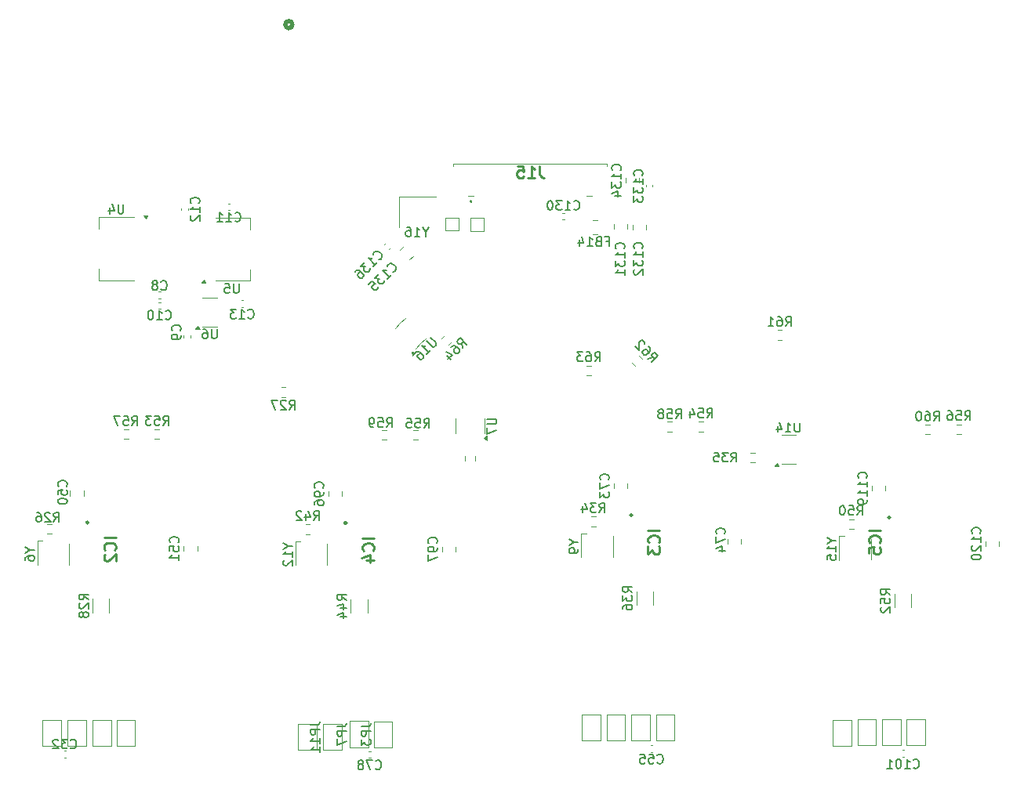
<source format=gbr>
%TF.GenerationSoftware,KiCad,Pcbnew,9.0.0*%
%TF.CreationDate,2026-01-02T12:40:45+01:00*%
%TF.ProjectId,camera,63616d65-7261-42e6-9b69-6361645f7063,rev?*%
%TF.SameCoordinates,Original*%
%TF.FileFunction,Legend,Bot*%
%TF.FilePolarity,Positive*%
%FSLAX46Y46*%
G04 Gerber Fmt 4.6, Leading zero omitted, Abs format (unit mm)*
G04 Created by KiCad (PCBNEW 9.0.0) date 2026-01-02 12:40:45*
%MOMM*%
%LPD*%
G01*
G04 APERTURE LIST*
%ADD10C,0.150000*%
%ADD11C,0.254000*%
%ADD12C,0.508000*%
%ADD13C,0.120000*%
%ADD14C,0.100000*%
%ADD15C,0.200000*%
%ADD16C,0.250000*%
G04 APERTURE END LIST*
D10*
X114137857Y-14389819D02*
X114471190Y-13913628D01*
X114709285Y-14389819D02*
X114709285Y-13389819D01*
X114709285Y-13389819D02*
X114328333Y-13389819D01*
X114328333Y-13389819D02*
X114233095Y-13437438D01*
X114233095Y-13437438D02*
X114185476Y-13485057D01*
X114185476Y-13485057D02*
X114137857Y-13580295D01*
X114137857Y-13580295D02*
X114137857Y-13723152D01*
X114137857Y-13723152D02*
X114185476Y-13818390D01*
X114185476Y-13818390D02*
X114233095Y-13866009D01*
X114233095Y-13866009D02*
X114328333Y-13913628D01*
X114328333Y-13913628D02*
X114709285Y-13913628D01*
X113233095Y-13389819D02*
X113709285Y-13389819D01*
X113709285Y-13389819D02*
X113756904Y-13866009D01*
X113756904Y-13866009D02*
X113709285Y-13818390D01*
X113709285Y-13818390D02*
X113614047Y-13770771D01*
X113614047Y-13770771D02*
X113375952Y-13770771D01*
X113375952Y-13770771D02*
X113280714Y-13818390D01*
X113280714Y-13818390D02*
X113233095Y-13866009D01*
X113233095Y-13866009D02*
X113185476Y-13961247D01*
X113185476Y-13961247D02*
X113185476Y-14199342D01*
X113185476Y-14199342D02*
X113233095Y-14294580D01*
X113233095Y-14294580D02*
X113280714Y-14342200D01*
X113280714Y-14342200D02*
X113375952Y-14389819D01*
X113375952Y-14389819D02*
X113614047Y-14389819D01*
X113614047Y-14389819D02*
X113709285Y-14342200D01*
X113709285Y-14342200D02*
X113756904Y-14294580D01*
X112709285Y-14389819D02*
X112518809Y-14389819D01*
X112518809Y-14389819D02*
X112423571Y-14342200D01*
X112423571Y-14342200D02*
X112375952Y-14294580D01*
X112375952Y-14294580D02*
X112280714Y-14151723D01*
X112280714Y-14151723D02*
X112233095Y-13961247D01*
X112233095Y-13961247D02*
X112233095Y-13580295D01*
X112233095Y-13580295D02*
X112280714Y-13485057D01*
X112280714Y-13485057D02*
X112328333Y-13437438D01*
X112328333Y-13437438D02*
X112423571Y-13389819D01*
X112423571Y-13389819D02*
X112614047Y-13389819D01*
X112614047Y-13389819D02*
X112709285Y-13437438D01*
X112709285Y-13437438D02*
X112756904Y-13485057D01*
X112756904Y-13485057D02*
X112804523Y-13580295D01*
X112804523Y-13580295D02*
X112804523Y-13818390D01*
X112804523Y-13818390D02*
X112756904Y-13913628D01*
X112756904Y-13913628D02*
X112709285Y-13961247D01*
X112709285Y-13961247D02*
X112614047Y-14008866D01*
X112614047Y-14008866D02*
X112423571Y-14008866D01*
X112423571Y-14008866D02*
X112328333Y-13961247D01*
X112328333Y-13961247D02*
X112280714Y-13913628D01*
X112280714Y-13913628D02*
X112233095Y-13818390D01*
X113305547Y3712023D02*
X113372891Y3712023D01*
X113372891Y3712023D02*
X113507578Y3779367D01*
X113507578Y3779367D02*
X113574921Y3846710D01*
X113574921Y3846710D02*
X113642265Y3981397D01*
X113642265Y3981397D02*
X113642265Y4116084D01*
X113642265Y4116084D02*
X113608593Y4217099D01*
X113608593Y4217099D02*
X113507578Y4385458D01*
X113507578Y4385458D02*
X113406563Y4486474D01*
X113406563Y4486474D02*
X113238204Y4587489D01*
X113238204Y4587489D02*
X113137189Y4621161D01*
X113137189Y4621161D02*
X113002502Y4621161D01*
X113002502Y4621161D02*
X112867815Y4553817D01*
X112867815Y4553817D02*
X112800471Y4486474D01*
X112800471Y4486474D02*
X112733128Y4351787D01*
X112733128Y4351787D02*
X112733128Y4284443D01*
X112699456Y2971245D02*
X113103517Y3375306D01*
X112901486Y3173275D02*
X112194380Y3880382D01*
X112194380Y3880382D02*
X112362738Y3846710D01*
X112362738Y3846710D02*
X112497425Y3846710D01*
X112497425Y3846710D02*
X112598441Y3880382D01*
X111756647Y3442649D02*
X111318914Y3004916D01*
X111318914Y3004916D02*
X111823990Y2971245D01*
X111823990Y2971245D02*
X111722975Y2870229D01*
X111722975Y2870229D02*
X111689303Y2769214D01*
X111689303Y2769214D02*
X111689303Y2701871D01*
X111689303Y2701871D02*
X111722975Y2600855D01*
X111722975Y2600855D02*
X111891334Y2432497D01*
X111891334Y2432497D02*
X111992349Y2398825D01*
X111992349Y2398825D02*
X112059693Y2398825D01*
X112059693Y2398825D02*
X112160708Y2432497D01*
X112160708Y2432497D02*
X112362738Y2634527D01*
X112362738Y2634527D02*
X112396410Y2735542D01*
X112396410Y2735542D02*
X112396410Y2802886D01*
X110712823Y2398825D02*
X110847510Y2533512D01*
X110847510Y2533512D02*
X110948525Y2567184D01*
X110948525Y2567184D02*
X111015868Y2567184D01*
X111015868Y2567184D02*
X111184227Y2533512D01*
X111184227Y2533512D02*
X111352586Y2432497D01*
X111352586Y2432497D02*
X111621960Y2163123D01*
X111621960Y2163123D02*
X111655632Y2062107D01*
X111655632Y2062107D02*
X111655632Y1994764D01*
X111655632Y1994764D02*
X111621960Y1893749D01*
X111621960Y1893749D02*
X111487273Y1759062D01*
X111487273Y1759062D02*
X111386258Y1725390D01*
X111386258Y1725390D02*
X111318914Y1725390D01*
X111318914Y1725390D02*
X111217899Y1759062D01*
X111217899Y1759062D02*
X111049540Y1927420D01*
X111049540Y1927420D02*
X111015868Y2028436D01*
X111015868Y2028436D02*
X111015868Y2095779D01*
X111015868Y2095779D02*
X111049540Y2196794D01*
X111049540Y2196794D02*
X111184227Y2331481D01*
X111184227Y2331481D02*
X111285242Y2365153D01*
X111285242Y2365153D02*
X111352586Y2365153D01*
X111352586Y2365153D02*
X111453601Y2331481D01*
X103642857Y-12474819D02*
X103976190Y-11998628D01*
X104214285Y-12474819D02*
X104214285Y-11474819D01*
X104214285Y-11474819D02*
X103833333Y-11474819D01*
X103833333Y-11474819D02*
X103738095Y-11522438D01*
X103738095Y-11522438D02*
X103690476Y-11570057D01*
X103690476Y-11570057D02*
X103642857Y-11665295D01*
X103642857Y-11665295D02*
X103642857Y-11808152D01*
X103642857Y-11808152D02*
X103690476Y-11903390D01*
X103690476Y-11903390D02*
X103738095Y-11951009D01*
X103738095Y-11951009D02*
X103833333Y-11998628D01*
X103833333Y-11998628D02*
X104214285Y-11998628D01*
X103261904Y-11570057D02*
X103214285Y-11522438D01*
X103214285Y-11522438D02*
X103119047Y-11474819D01*
X103119047Y-11474819D02*
X102880952Y-11474819D01*
X102880952Y-11474819D02*
X102785714Y-11522438D01*
X102785714Y-11522438D02*
X102738095Y-11570057D01*
X102738095Y-11570057D02*
X102690476Y-11665295D01*
X102690476Y-11665295D02*
X102690476Y-11760533D01*
X102690476Y-11760533D02*
X102738095Y-11903390D01*
X102738095Y-11903390D02*
X103309523Y-12474819D01*
X103309523Y-12474819D02*
X102690476Y-12474819D01*
X102357142Y-11474819D02*
X101690476Y-11474819D01*
X101690476Y-11474819D02*
X102119047Y-12474819D01*
X80007857Y-49029580D02*
X80055476Y-49077200D01*
X80055476Y-49077200D02*
X80198333Y-49124819D01*
X80198333Y-49124819D02*
X80293571Y-49124819D01*
X80293571Y-49124819D02*
X80436428Y-49077200D01*
X80436428Y-49077200D02*
X80531666Y-48981961D01*
X80531666Y-48981961D02*
X80579285Y-48886723D01*
X80579285Y-48886723D02*
X80626904Y-48696247D01*
X80626904Y-48696247D02*
X80626904Y-48553390D01*
X80626904Y-48553390D02*
X80579285Y-48362914D01*
X80579285Y-48362914D02*
X80531666Y-48267676D01*
X80531666Y-48267676D02*
X80436428Y-48172438D01*
X80436428Y-48172438D02*
X80293571Y-48124819D01*
X80293571Y-48124819D02*
X80198333Y-48124819D01*
X80198333Y-48124819D02*
X80055476Y-48172438D01*
X80055476Y-48172438D02*
X80007857Y-48220057D01*
X79674523Y-48124819D02*
X79055476Y-48124819D01*
X79055476Y-48124819D02*
X79388809Y-48505771D01*
X79388809Y-48505771D02*
X79245952Y-48505771D01*
X79245952Y-48505771D02*
X79150714Y-48553390D01*
X79150714Y-48553390D02*
X79103095Y-48601009D01*
X79103095Y-48601009D02*
X79055476Y-48696247D01*
X79055476Y-48696247D02*
X79055476Y-48934342D01*
X79055476Y-48934342D02*
X79103095Y-49029580D01*
X79103095Y-49029580D02*
X79150714Y-49077200D01*
X79150714Y-49077200D02*
X79245952Y-49124819D01*
X79245952Y-49124819D02*
X79531666Y-49124819D01*
X79531666Y-49124819D02*
X79626904Y-49077200D01*
X79626904Y-49077200D02*
X79674523Y-49029580D01*
X78674523Y-48220057D02*
X78626904Y-48172438D01*
X78626904Y-48172438D02*
X78531666Y-48124819D01*
X78531666Y-48124819D02*
X78293571Y-48124819D01*
X78293571Y-48124819D02*
X78198333Y-48172438D01*
X78198333Y-48172438D02*
X78150714Y-48220057D01*
X78150714Y-48220057D02*
X78103095Y-48315295D01*
X78103095Y-48315295D02*
X78103095Y-48410533D01*
X78103095Y-48410533D02*
X78150714Y-48553390D01*
X78150714Y-48553390D02*
X78722142Y-49124819D01*
X78722142Y-49124819D02*
X78103095Y-49124819D01*
X141709580Y4944047D02*
X141757200Y4991666D01*
X141757200Y4991666D02*
X141804819Y5134523D01*
X141804819Y5134523D02*
X141804819Y5229761D01*
X141804819Y5229761D02*
X141757200Y5372618D01*
X141757200Y5372618D02*
X141661961Y5467856D01*
X141661961Y5467856D02*
X141566723Y5515475D01*
X141566723Y5515475D02*
X141376247Y5563094D01*
X141376247Y5563094D02*
X141233390Y5563094D01*
X141233390Y5563094D02*
X141042914Y5515475D01*
X141042914Y5515475D02*
X140947676Y5467856D01*
X140947676Y5467856D02*
X140852438Y5372618D01*
X140852438Y5372618D02*
X140804819Y5229761D01*
X140804819Y5229761D02*
X140804819Y5134523D01*
X140804819Y5134523D02*
X140852438Y4991666D01*
X140852438Y4991666D02*
X140900057Y4944047D01*
X141804819Y3991666D02*
X141804819Y4563094D01*
X141804819Y4277380D02*
X140804819Y4277380D01*
X140804819Y4277380D02*
X140947676Y4372618D01*
X140947676Y4372618D02*
X141042914Y4467856D01*
X141042914Y4467856D02*
X141090533Y4563094D01*
X140804819Y3658332D02*
X140804819Y3039285D01*
X140804819Y3039285D02*
X141185771Y3372618D01*
X141185771Y3372618D02*
X141185771Y3229761D01*
X141185771Y3229761D02*
X141233390Y3134523D01*
X141233390Y3134523D02*
X141281009Y3086904D01*
X141281009Y3086904D02*
X141376247Y3039285D01*
X141376247Y3039285D02*
X141614342Y3039285D01*
X141614342Y3039285D02*
X141709580Y3086904D01*
X141709580Y3086904D02*
X141757200Y3134523D01*
X141757200Y3134523D02*
X141804819Y3229761D01*
X141804819Y3229761D02*
X141804819Y3515475D01*
X141804819Y3515475D02*
X141757200Y3610713D01*
X141757200Y3610713D02*
X141709580Y3658332D01*
X140900057Y2658332D02*
X140852438Y2610713D01*
X140852438Y2610713D02*
X140804819Y2515475D01*
X140804819Y2515475D02*
X140804819Y2277380D01*
X140804819Y2277380D02*
X140852438Y2182142D01*
X140852438Y2182142D02*
X140900057Y2134523D01*
X140900057Y2134523D02*
X140995295Y2086904D01*
X140995295Y2086904D02*
X141090533Y2086904D01*
X141090533Y2086904D02*
X141233390Y2134523D01*
X141233390Y2134523D02*
X141804819Y2705951D01*
X141804819Y2705951D02*
X141804819Y2086904D01*
X168505920Y-32497760D02*
X168029729Y-32164427D01*
X168505920Y-31926332D02*
X167505920Y-31926332D01*
X167505920Y-31926332D02*
X167505920Y-32307284D01*
X167505920Y-32307284D02*
X167553539Y-32402522D01*
X167553539Y-32402522D02*
X167601158Y-32450141D01*
X167601158Y-32450141D02*
X167696396Y-32497760D01*
X167696396Y-32497760D02*
X167839253Y-32497760D01*
X167839253Y-32497760D02*
X167934491Y-32450141D01*
X167934491Y-32450141D02*
X167982110Y-32402522D01*
X167982110Y-32402522D02*
X168029729Y-32307284D01*
X168029729Y-32307284D02*
X168029729Y-31926332D01*
X167505920Y-33402522D02*
X167505920Y-32926332D01*
X167505920Y-32926332D02*
X167982110Y-32878713D01*
X167982110Y-32878713D02*
X167934491Y-32926332D01*
X167934491Y-32926332D02*
X167886872Y-33021570D01*
X167886872Y-33021570D02*
X167886872Y-33259665D01*
X167886872Y-33259665D02*
X167934491Y-33354903D01*
X167934491Y-33354903D02*
X167982110Y-33402522D01*
X167982110Y-33402522D02*
X168077348Y-33450141D01*
X168077348Y-33450141D02*
X168315443Y-33450141D01*
X168315443Y-33450141D02*
X168410681Y-33402522D01*
X168410681Y-33402522D02*
X168458301Y-33354903D01*
X168458301Y-33354903D02*
X168505920Y-33259665D01*
X168505920Y-33259665D02*
X168505920Y-33021570D01*
X168505920Y-33021570D02*
X168458301Y-32926332D01*
X168458301Y-32926332D02*
X168410681Y-32878713D01*
X167601158Y-33831094D02*
X167553539Y-33878713D01*
X167553539Y-33878713D02*
X167505920Y-33973951D01*
X167505920Y-33973951D02*
X167505920Y-34212046D01*
X167505920Y-34212046D02*
X167553539Y-34307284D01*
X167553539Y-34307284D02*
X167601158Y-34354903D01*
X167601158Y-34354903D02*
X167696396Y-34402522D01*
X167696396Y-34402522D02*
X167791634Y-34402522D01*
X167791634Y-34402522D02*
X167934491Y-34354903D01*
X167934491Y-34354903D02*
X168505920Y-33783475D01*
X168505920Y-33783475D02*
X168505920Y-34402522D01*
X140657319Y-32229642D02*
X140181128Y-31896309D01*
X140657319Y-31658214D02*
X139657319Y-31658214D01*
X139657319Y-31658214D02*
X139657319Y-32039166D01*
X139657319Y-32039166D02*
X139704938Y-32134404D01*
X139704938Y-32134404D02*
X139752557Y-32182023D01*
X139752557Y-32182023D02*
X139847795Y-32229642D01*
X139847795Y-32229642D02*
X139990652Y-32229642D01*
X139990652Y-32229642D02*
X140085890Y-32182023D01*
X140085890Y-32182023D02*
X140133509Y-32134404D01*
X140133509Y-32134404D02*
X140181128Y-32039166D01*
X140181128Y-32039166D02*
X140181128Y-31658214D01*
X139657319Y-32562976D02*
X139657319Y-33182023D01*
X139657319Y-33182023D02*
X140038271Y-32848690D01*
X140038271Y-32848690D02*
X140038271Y-32991547D01*
X140038271Y-32991547D02*
X140085890Y-33086785D01*
X140085890Y-33086785D02*
X140133509Y-33134404D01*
X140133509Y-33134404D02*
X140228747Y-33182023D01*
X140228747Y-33182023D02*
X140466842Y-33182023D01*
X140466842Y-33182023D02*
X140562080Y-33134404D01*
X140562080Y-33134404D02*
X140609700Y-33086785D01*
X140609700Y-33086785D02*
X140657319Y-32991547D01*
X140657319Y-32991547D02*
X140657319Y-32705833D01*
X140657319Y-32705833D02*
X140609700Y-32610595D01*
X140609700Y-32610595D02*
X140562080Y-32562976D01*
X139657319Y-34039166D02*
X139657319Y-33848690D01*
X139657319Y-33848690D02*
X139704938Y-33753452D01*
X139704938Y-33753452D02*
X139752557Y-33705833D01*
X139752557Y-33705833D02*
X139895414Y-33610595D01*
X139895414Y-33610595D02*
X140085890Y-33562976D01*
X140085890Y-33562976D02*
X140466842Y-33562976D01*
X140466842Y-33562976D02*
X140562080Y-33610595D01*
X140562080Y-33610595D02*
X140609700Y-33658214D01*
X140609700Y-33658214D02*
X140657319Y-33753452D01*
X140657319Y-33753452D02*
X140657319Y-33943928D01*
X140657319Y-33943928D02*
X140609700Y-34039166D01*
X140609700Y-34039166D02*
X140562080Y-34086785D01*
X140562080Y-34086785D02*
X140466842Y-34134404D01*
X140466842Y-34134404D02*
X140228747Y-34134404D01*
X140228747Y-34134404D02*
X140133509Y-34086785D01*
X140133509Y-34086785D02*
X140085890Y-34039166D01*
X140085890Y-34039166D02*
X140038271Y-33943928D01*
X140038271Y-33943928D02*
X140038271Y-33753452D01*
X140038271Y-33753452D02*
X140085890Y-33658214D01*
X140085890Y-33658214D02*
X140133509Y-33610595D01*
X140133509Y-33610595D02*
X140228747Y-33562976D01*
X119523479Y-26911041D02*
X119571099Y-26863422D01*
X119571099Y-26863422D02*
X119618718Y-26720565D01*
X119618718Y-26720565D02*
X119618718Y-26625327D01*
X119618718Y-26625327D02*
X119571099Y-26482470D01*
X119571099Y-26482470D02*
X119475860Y-26387232D01*
X119475860Y-26387232D02*
X119380622Y-26339613D01*
X119380622Y-26339613D02*
X119190146Y-26291994D01*
X119190146Y-26291994D02*
X119047289Y-26291994D01*
X119047289Y-26291994D02*
X118856813Y-26339613D01*
X118856813Y-26339613D02*
X118761575Y-26387232D01*
X118761575Y-26387232D02*
X118666337Y-26482470D01*
X118666337Y-26482470D02*
X118618718Y-26625327D01*
X118618718Y-26625327D02*
X118618718Y-26720565D01*
X118618718Y-26720565D02*
X118666337Y-26863422D01*
X118666337Y-26863422D02*
X118713956Y-26911041D01*
X119618718Y-27387232D02*
X119618718Y-27577708D01*
X119618718Y-27577708D02*
X119571099Y-27672946D01*
X119571099Y-27672946D02*
X119523479Y-27720565D01*
X119523479Y-27720565D02*
X119380622Y-27815803D01*
X119380622Y-27815803D02*
X119190146Y-27863422D01*
X119190146Y-27863422D02*
X118809194Y-27863422D01*
X118809194Y-27863422D02*
X118713956Y-27815803D01*
X118713956Y-27815803D02*
X118666337Y-27768184D01*
X118666337Y-27768184D02*
X118618718Y-27672946D01*
X118618718Y-27672946D02*
X118618718Y-27482470D01*
X118618718Y-27482470D02*
X118666337Y-27387232D01*
X118666337Y-27387232D02*
X118713956Y-27339613D01*
X118713956Y-27339613D02*
X118809194Y-27291994D01*
X118809194Y-27291994D02*
X119047289Y-27291994D01*
X119047289Y-27291994D02*
X119142527Y-27339613D01*
X119142527Y-27339613D02*
X119190146Y-27387232D01*
X119190146Y-27387232D02*
X119237765Y-27482470D01*
X119237765Y-27482470D02*
X119237765Y-27672946D01*
X119237765Y-27672946D02*
X119190146Y-27768184D01*
X119190146Y-27768184D02*
X119142527Y-27815803D01*
X119142527Y-27815803D02*
X119047289Y-27863422D01*
X118618718Y-28196756D02*
X118618718Y-28863422D01*
X118618718Y-28863422D02*
X119618718Y-28434851D01*
X139749580Y4904047D02*
X139797200Y4951666D01*
X139797200Y4951666D02*
X139844819Y5094523D01*
X139844819Y5094523D02*
X139844819Y5189761D01*
X139844819Y5189761D02*
X139797200Y5332618D01*
X139797200Y5332618D02*
X139701961Y5427856D01*
X139701961Y5427856D02*
X139606723Y5475475D01*
X139606723Y5475475D02*
X139416247Y5523094D01*
X139416247Y5523094D02*
X139273390Y5523094D01*
X139273390Y5523094D02*
X139082914Y5475475D01*
X139082914Y5475475D02*
X138987676Y5427856D01*
X138987676Y5427856D02*
X138892438Y5332618D01*
X138892438Y5332618D02*
X138844819Y5189761D01*
X138844819Y5189761D02*
X138844819Y5094523D01*
X138844819Y5094523D02*
X138892438Y4951666D01*
X138892438Y4951666D02*
X138940057Y4904047D01*
X139844819Y3951666D02*
X139844819Y4523094D01*
X139844819Y4237380D02*
X138844819Y4237380D01*
X138844819Y4237380D02*
X138987676Y4332618D01*
X138987676Y4332618D02*
X139082914Y4427856D01*
X139082914Y4427856D02*
X139130533Y4523094D01*
X138844819Y3618332D02*
X138844819Y2999285D01*
X138844819Y2999285D02*
X139225771Y3332618D01*
X139225771Y3332618D02*
X139225771Y3189761D01*
X139225771Y3189761D02*
X139273390Y3094523D01*
X139273390Y3094523D02*
X139321009Y3046904D01*
X139321009Y3046904D02*
X139416247Y2999285D01*
X139416247Y2999285D02*
X139654342Y2999285D01*
X139654342Y2999285D02*
X139749580Y3046904D01*
X139749580Y3046904D02*
X139797200Y3094523D01*
X139797200Y3094523D02*
X139844819Y3189761D01*
X139844819Y3189761D02*
X139844819Y3475475D01*
X139844819Y3475475D02*
X139797200Y3570713D01*
X139797200Y3570713D02*
X139749580Y3618332D01*
X139844819Y2046904D02*
X139844819Y2618332D01*
X139844819Y2332618D02*
X138844819Y2332618D01*
X138844819Y2332618D02*
X138987676Y2427856D01*
X138987676Y2427856D02*
X139082914Y2523094D01*
X139082914Y2523094D02*
X139130533Y2618332D01*
X75628628Y-27633809D02*
X76104819Y-27633809D01*
X75104819Y-27300476D02*
X75628628Y-27633809D01*
X75628628Y-27633809D02*
X75104819Y-27967142D01*
X75104819Y-28729047D02*
X75104819Y-28538571D01*
X75104819Y-28538571D02*
X75152438Y-28443333D01*
X75152438Y-28443333D02*
X75200057Y-28395714D01*
X75200057Y-28395714D02*
X75342914Y-28300476D01*
X75342914Y-28300476D02*
X75533390Y-28252857D01*
X75533390Y-28252857D02*
X75914342Y-28252857D01*
X75914342Y-28252857D02*
X76009580Y-28300476D01*
X76009580Y-28300476D02*
X76057200Y-28348095D01*
X76057200Y-28348095D02*
X76104819Y-28443333D01*
X76104819Y-28443333D02*
X76104819Y-28633809D01*
X76104819Y-28633809D02*
X76057200Y-28729047D01*
X76057200Y-28729047D02*
X76009580Y-28776666D01*
X76009580Y-28776666D02*
X75914342Y-28824285D01*
X75914342Y-28824285D02*
X75676247Y-28824285D01*
X75676247Y-28824285D02*
X75581009Y-28776666D01*
X75581009Y-28776666D02*
X75533390Y-28729047D01*
X75533390Y-28729047D02*
X75485771Y-28633809D01*
X75485771Y-28633809D02*
X75485771Y-28443333D01*
X75485771Y-28443333D02*
X75533390Y-28348095D01*
X75533390Y-28348095D02*
X75581009Y-28300476D01*
X75581009Y-28300476D02*
X75676247Y-28252857D01*
X150614580Y-25907142D02*
X150662200Y-25859523D01*
X150662200Y-25859523D02*
X150709819Y-25716666D01*
X150709819Y-25716666D02*
X150709819Y-25621428D01*
X150709819Y-25621428D02*
X150662200Y-25478571D01*
X150662200Y-25478571D02*
X150566961Y-25383333D01*
X150566961Y-25383333D02*
X150471723Y-25335714D01*
X150471723Y-25335714D02*
X150281247Y-25288095D01*
X150281247Y-25288095D02*
X150138390Y-25288095D01*
X150138390Y-25288095D02*
X149947914Y-25335714D01*
X149947914Y-25335714D02*
X149852676Y-25383333D01*
X149852676Y-25383333D02*
X149757438Y-25478571D01*
X149757438Y-25478571D02*
X149709819Y-25621428D01*
X149709819Y-25621428D02*
X149709819Y-25716666D01*
X149709819Y-25716666D02*
X149757438Y-25859523D01*
X149757438Y-25859523D02*
X149805057Y-25907142D01*
X149709819Y-26240476D02*
X149709819Y-26907142D01*
X149709819Y-26907142D02*
X150709819Y-26478571D01*
X150043152Y-27716666D02*
X150709819Y-27716666D01*
X149662200Y-27478571D02*
X150376485Y-27240476D01*
X150376485Y-27240476D02*
X150376485Y-27859523D01*
X99182857Y-2554580D02*
X99230476Y-2602200D01*
X99230476Y-2602200D02*
X99373333Y-2649819D01*
X99373333Y-2649819D02*
X99468571Y-2649819D01*
X99468571Y-2649819D02*
X99611428Y-2602200D01*
X99611428Y-2602200D02*
X99706666Y-2506961D01*
X99706666Y-2506961D02*
X99754285Y-2411723D01*
X99754285Y-2411723D02*
X99801904Y-2221247D01*
X99801904Y-2221247D02*
X99801904Y-2078390D01*
X99801904Y-2078390D02*
X99754285Y-1887914D01*
X99754285Y-1887914D02*
X99706666Y-1792676D01*
X99706666Y-1792676D02*
X99611428Y-1697438D01*
X99611428Y-1697438D02*
X99468571Y-1649819D01*
X99468571Y-1649819D02*
X99373333Y-1649819D01*
X99373333Y-1649819D02*
X99230476Y-1697438D01*
X99230476Y-1697438D02*
X99182857Y-1745057D01*
X98230476Y-2649819D02*
X98801904Y-2649819D01*
X98516190Y-2649819D02*
X98516190Y-1649819D01*
X98516190Y-1649819D02*
X98611428Y-1792676D01*
X98611428Y-1792676D02*
X98706666Y-1887914D01*
X98706666Y-1887914D02*
X98801904Y-1935533D01*
X97897142Y-1649819D02*
X97278095Y-1649819D01*
X97278095Y-1649819D02*
X97611428Y-2030771D01*
X97611428Y-2030771D02*
X97468571Y-2030771D01*
X97468571Y-2030771D02*
X97373333Y-2078390D01*
X97373333Y-2078390D02*
X97325714Y-2126009D01*
X97325714Y-2126009D02*
X97278095Y-2221247D01*
X97278095Y-2221247D02*
X97278095Y-2459342D01*
X97278095Y-2459342D02*
X97325714Y-2554580D01*
X97325714Y-2554580D02*
X97373333Y-2602200D01*
X97373333Y-2602200D02*
X97468571Y-2649819D01*
X97468571Y-2649819D02*
X97754285Y-2649819D01*
X97754285Y-2649819D02*
X97849523Y-2602200D01*
X97849523Y-2602200D02*
X97897142Y-2554580D01*
X157237857Y-3459819D02*
X157571190Y-2983628D01*
X157809285Y-3459819D02*
X157809285Y-2459819D01*
X157809285Y-2459819D02*
X157428333Y-2459819D01*
X157428333Y-2459819D02*
X157333095Y-2507438D01*
X157333095Y-2507438D02*
X157285476Y-2555057D01*
X157285476Y-2555057D02*
X157237857Y-2650295D01*
X157237857Y-2650295D02*
X157237857Y-2793152D01*
X157237857Y-2793152D02*
X157285476Y-2888390D01*
X157285476Y-2888390D02*
X157333095Y-2936009D01*
X157333095Y-2936009D02*
X157428333Y-2983628D01*
X157428333Y-2983628D02*
X157809285Y-2983628D01*
X156380714Y-2459819D02*
X156571190Y-2459819D01*
X156571190Y-2459819D02*
X156666428Y-2507438D01*
X156666428Y-2507438D02*
X156714047Y-2555057D01*
X156714047Y-2555057D02*
X156809285Y-2697914D01*
X156809285Y-2697914D02*
X156856904Y-2888390D01*
X156856904Y-2888390D02*
X156856904Y-3269342D01*
X156856904Y-3269342D02*
X156809285Y-3364580D01*
X156809285Y-3364580D02*
X156761666Y-3412200D01*
X156761666Y-3412200D02*
X156666428Y-3459819D01*
X156666428Y-3459819D02*
X156475952Y-3459819D01*
X156475952Y-3459819D02*
X156380714Y-3412200D01*
X156380714Y-3412200D02*
X156333095Y-3364580D01*
X156333095Y-3364580D02*
X156285476Y-3269342D01*
X156285476Y-3269342D02*
X156285476Y-3031247D01*
X156285476Y-3031247D02*
X156333095Y-2936009D01*
X156333095Y-2936009D02*
X156380714Y-2888390D01*
X156380714Y-2888390D02*
X156475952Y-2840771D01*
X156475952Y-2840771D02*
X156666428Y-2840771D01*
X156666428Y-2840771D02*
X156761666Y-2888390D01*
X156761666Y-2888390D02*
X156809285Y-2936009D01*
X156809285Y-2936009D02*
X156856904Y-3031247D01*
X155333095Y-3459819D02*
X155904523Y-3459819D01*
X155618809Y-3459819D02*
X155618809Y-2459819D01*
X155618809Y-2459819D02*
X155714047Y-2602676D01*
X155714047Y-2602676D02*
X155809285Y-2697914D01*
X155809285Y-2697914D02*
X155904523Y-2745533D01*
X141714580Y12809047D02*
X141762200Y12856666D01*
X141762200Y12856666D02*
X141809819Y12999523D01*
X141809819Y12999523D02*
X141809819Y13094761D01*
X141809819Y13094761D02*
X141762200Y13237618D01*
X141762200Y13237618D02*
X141666961Y13332856D01*
X141666961Y13332856D02*
X141571723Y13380475D01*
X141571723Y13380475D02*
X141381247Y13428094D01*
X141381247Y13428094D02*
X141238390Y13428094D01*
X141238390Y13428094D02*
X141047914Y13380475D01*
X141047914Y13380475D02*
X140952676Y13332856D01*
X140952676Y13332856D02*
X140857438Y13237618D01*
X140857438Y13237618D02*
X140809819Y13094761D01*
X140809819Y13094761D02*
X140809819Y12999523D01*
X140809819Y12999523D02*
X140857438Y12856666D01*
X140857438Y12856666D02*
X140905057Y12809047D01*
X141809819Y11856666D02*
X141809819Y12428094D01*
X141809819Y12142380D02*
X140809819Y12142380D01*
X140809819Y12142380D02*
X140952676Y12237618D01*
X140952676Y12237618D02*
X141047914Y12332856D01*
X141047914Y12332856D02*
X141095533Y12428094D01*
X140809819Y11523332D02*
X140809819Y10904285D01*
X140809819Y10904285D02*
X141190771Y11237618D01*
X141190771Y11237618D02*
X141190771Y11094761D01*
X141190771Y11094761D02*
X141238390Y10999523D01*
X141238390Y10999523D02*
X141286009Y10951904D01*
X141286009Y10951904D02*
X141381247Y10904285D01*
X141381247Y10904285D02*
X141619342Y10904285D01*
X141619342Y10904285D02*
X141714580Y10951904D01*
X141714580Y10951904D02*
X141762200Y10999523D01*
X141762200Y10999523D02*
X141809819Y11094761D01*
X141809819Y11094761D02*
X141809819Y11380475D01*
X141809819Y11380475D02*
X141762200Y11475713D01*
X141762200Y11475713D02*
X141714580Y11523332D01*
X140809819Y10570951D02*
X140809819Y9951904D01*
X140809819Y9951904D02*
X141190771Y10285237D01*
X141190771Y10285237D02*
X141190771Y10142380D01*
X141190771Y10142380D02*
X141238390Y10047142D01*
X141238390Y10047142D02*
X141286009Y9999523D01*
X141286009Y9999523D02*
X141381247Y9951904D01*
X141381247Y9951904D02*
X141619342Y9951904D01*
X141619342Y9951904D02*
X141714580Y9999523D01*
X141714580Y9999523D02*
X141762200Y10047142D01*
X141762200Y10047142D02*
X141809819Y10142380D01*
X141809819Y10142380D02*
X141809819Y10428094D01*
X141809819Y10428094D02*
X141762200Y10523332D01*
X141762200Y10523332D02*
X141714580Y10570951D01*
X171034047Y-51164580D02*
X171081666Y-51212200D01*
X171081666Y-51212200D02*
X171224523Y-51259819D01*
X171224523Y-51259819D02*
X171319761Y-51259819D01*
X171319761Y-51259819D02*
X171462618Y-51212200D01*
X171462618Y-51212200D02*
X171557856Y-51116961D01*
X171557856Y-51116961D02*
X171605475Y-51021723D01*
X171605475Y-51021723D02*
X171653094Y-50831247D01*
X171653094Y-50831247D02*
X171653094Y-50688390D01*
X171653094Y-50688390D02*
X171605475Y-50497914D01*
X171605475Y-50497914D02*
X171557856Y-50402676D01*
X171557856Y-50402676D02*
X171462618Y-50307438D01*
X171462618Y-50307438D02*
X171319761Y-50259819D01*
X171319761Y-50259819D02*
X171224523Y-50259819D01*
X171224523Y-50259819D02*
X171081666Y-50307438D01*
X171081666Y-50307438D02*
X171034047Y-50355057D01*
X170081666Y-51259819D02*
X170653094Y-51259819D01*
X170367380Y-51259819D02*
X170367380Y-50259819D01*
X170367380Y-50259819D02*
X170462618Y-50402676D01*
X170462618Y-50402676D02*
X170557856Y-50497914D01*
X170557856Y-50497914D02*
X170653094Y-50545533D01*
X169462618Y-50259819D02*
X169367380Y-50259819D01*
X169367380Y-50259819D02*
X169272142Y-50307438D01*
X169272142Y-50307438D02*
X169224523Y-50355057D01*
X169224523Y-50355057D02*
X169176904Y-50450295D01*
X169176904Y-50450295D02*
X169129285Y-50640771D01*
X169129285Y-50640771D02*
X169129285Y-50878866D01*
X169129285Y-50878866D02*
X169176904Y-51069342D01*
X169176904Y-51069342D02*
X169224523Y-51164580D01*
X169224523Y-51164580D02*
X169272142Y-51212200D01*
X169272142Y-51212200D02*
X169367380Y-51259819D01*
X169367380Y-51259819D02*
X169462618Y-51259819D01*
X169462618Y-51259819D02*
X169557856Y-51212200D01*
X169557856Y-51212200D02*
X169605475Y-51164580D01*
X169605475Y-51164580D02*
X169653094Y-51069342D01*
X169653094Y-51069342D02*
X169700713Y-50878866D01*
X169700713Y-50878866D02*
X169700713Y-50640771D01*
X169700713Y-50640771D02*
X169653094Y-50450295D01*
X169653094Y-50450295D02*
X169605475Y-50355057D01*
X169605475Y-50355057D02*
X169557856Y-50307438D01*
X169557856Y-50307438D02*
X169462618Y-50259819D01*
X168176904Y-51259819D02*
X168748332Y-51259819D01*
X168462618Y-51259819D02*
X168462618Y-50259819D01*
X168462618Y-50259819D02*
X168557856Y-50402676D01*
X168557856Y-50402676D02*
X168653094Y-50497914D01*
X168653094Y-50497914D02*
X168748332Y-50545533D01*
X176588958Y-13629336D02*
X176922291Y-13153145D01*
X177160386Y-13629336D02*
X177160386Y-12629336D01*
X177160386Y-12629336D02*
X176779434Y-12629336D01*
X176779434Y-12629336D02*
X176684196Y-12676955D01*
X176684196Y-12676955D02*
X176636577Y-12724574D01*
X176636577Y-12724574D02*
X176588958Y-12819812D01*
X176588958Y-12819812D02*
X176588958Y-12962669D01*
X176588958Y-12962669D02*
X176636577Y-13057907D01*
X176636577Y-13057907D02*
X176684196Y-13105526D01*
X176684196Y-13105526D02*
X176779434Y-13153145D01*
X176779434Y-13153145D02*
X177160386Y-13153145D01*
X175684196Y-12629336D02*
X176160386Y-12629336D01*
X176160386Y-12629336D02*
X176208005Y-13105526D01*
X176208005Y-13105526D02*
X176160386Y-13057907D01*
X176160386Y-13057907D02*
X176065148Y-13010288D01*
X176065148Y-13010288D02*
X175827053Y-13010288D01*
X175827053Y-13010288D02*
X175731815Y-13057907D01*
X175731815Y-13057907D02*
X175684196Y-13105526D01*
X175684196Y-13105526D02*
X175636577Y-13200764D01*
X175636577Y-13200764D02*
X175636577Y-13438859D01*
X175636577Y-13438859D02*
X175684196Y-13534097D01*
X175684196Y-13534097D02*
X175731815Y-13581717D01*
X175731815Y-13581717D02*
X175827053Y-13629336D01*
X175827053Y-13629336D02*
X176065148Y-13629336D01*
X176065148Y-13629336D02*
X176160386Y-13581717D01*
X176160386Y-13581717D02*
X176208005Y-13534097D01*
X174779434Y-12629336D02*
X174969910Y-12629336D01*
X174969910Y-12629336D02*
X175065148Y-12676955D01*
X175065148Y-12676955D02*
X175112767Y-12724574D01*
X175112767Y-12724574D02*
X175208005Y-12867431D01*
X175208005Y-12867431D02*
X175255624Y-13057907D01*
X175255624Y-13057907D02*
X175255624Y-13438859D01*
X175255624Y-13438859D02*
X175208005Y-13534097D01*
X175208005Y-13534097D02*
X175160386Y-13581717D01*
X175160386Y-13581717D02*
X175065148Y-13629336D01*
X175065148Y-13629336D02*
X174874672Y-13629336D01*
X174874672Y-13629336D02*
X174779434Y-13581717D01*
X174779434Y-13581717D02*
X174731815Y-13534097D01*
X174731815Y-13534097D02*
X174684196Y-13438859D01*
X174684196Y-13438859D02*
X174684196Y-13200764D01*
X174684196Y-13200764D02*
X174731815Y-13105526D01*
X174731815Y-13105526D02*
X174779434Y-13057907D01*
X174779434Y-13057907D02*
X174874672Y-13010288D01*
X174874672Y-13010288D02*
X175065148Y-13010288D01*
X175065148Y-13010288D02*
X175160386Y-13057907D01*
X175160386Y-13057907D02*
X175208005Y-13105526D01*
X175208005Y-13105526D02*
X175255624Y-13200764D01*
X114830547Y2402022D02*
X114897891Y2402022D01*
X114897891Y2402022D02*
X115032578Y2469366D01*
X115032578Y2469366D02*
X115099921Y2536709D01*
X115099921Y2536709D02*
X115167265Y2671396D01*
X115167265Y2671396D02*
X115167265Y2806083D01*
X115167265Y2806083D02*
X115133593Y2907098D01*
X115133593Y2907098D02*
X115032578Y3075457D01*
X115032578Y3075457D02*
X114931563Y3176473D01*
X114931563Y3176473D02*
X114763204Y3277488D01*
X114763204Y3277488D02*
X114662189Y3311160D01*
X114662189Y3311160D02*
X114527502Y3311160D01*
X114527502Y3311160D02*
X114392815Y3243816D01*
X114392815Y3243816D02*
X114325471Y3176473D01*
X114325471Y3176473D02*
X114258128Y3041786D01*
X114258128Y3041786D02*
X114258128Y2974442D01*
X114224456Y1661244D02*
X114628517Y2065305D01*
X114426486Y1863274D02*
X113719380Y2570381D01*
X113719380Y2570381D02*
X113887738Y2536709D01*
X113887738Y2536709D02*
X114022425Y2536709D01*
X114022425Y2536709D02*
X114123441Y2570381D01*
X113281647Y2132648D02*
X112843914Y1694915D01*
X112843914Y1694915D02*
X113348990Y1661244D01*
X113348990Y1661244D02*
X113247975Y1560228D01*
X113247975Y1560228D02*
X113214303Y1459213D01*
X113214303Y1459213D02*
X113214303Y1391870D01*
X113214303Y1391870D02*
X113247975Y1290854D01*
X113247975Y1290854D02*
X113416334Y1122496D01*
X113416334Y1122496D02*
X113517349Y1088824D01*
X113517349Y1088824D02*
X113584693Y1088824D01*
X113584693Y1088824D02*
X113685708Y1122496D01*
X113685708Y1122496D02*
X113887738Y1324526D01*
X113887738Y1324526D02*
X113921410Y1425541D01*
X113921410Y1425541D02*
X113921410Y1492885D01*
X112204151Y1055152D02*
X112540868Y1391870D01*
X112540868Y1391870D02*
X112911258Y1088824D01*
X112911258Y1088824D02*
X112843914Y1088824D01*
X112843914Y1088824D02*
X112742899Y1055152D01*
X112742899Y1055152D02*
X112574540Y886793D01*
X112574540Y886793D02*
X112540868Y785778D01*
X112540868Y785778D02*
X112540868Y718435D01*
X112540868Y718435D02*
X112574540Y617419D01*
X112574540Y617419D02*
X112742899Y449061D01*
X112742899Y449061D02*
X112843914Y415389D01*
X112843914Y415389D02*
X112911258Y415389D01*
X112911258Y415389D02*
X113012273Y449061D01*
X113012273Y449061D02*
X113180632Y617419D01*
X113180632Y617419D02*
X113214303Y718435D01*
X113214303Y718435D02*
X113214303Y785778D01*
D11*
X130688094Y13865681D02*
X130688094Y12958538D01*
X130688094Y12958538D02*
X130748571Y12777110D01*
X130748571Y12777110D02*
X130869523Y12656158D01*
X130869523Y12656158D02*
X131050952Y12595681D01*
X131050952Y12595681D02*
X131171904Y12595681D01*
X129418094Y12595681D02*
X130143809Y12595681D01*
X129780952Y12595681D02*
X129780952Y13865681D01*
X129780952Y13865681D02*
X129901904Y13684253D01*
X129901904Y13684253D02*
X130022856Y13563300D01*
X130022856Y13563300D02*
X130143809Y13502824D01*
X128269047Y13865681D02*
X128873809Y13865681D01*
X128873809Y13865681D02*
X128934285Y13260919D01*
X128934285Y13260919D02*
X128873809Y13321396D01*
X128873809Y13321396D02*
X128752856Y13381872D01*
X128752856Y13381872D02*
X128450475Y13381872D01*
X128450475Y13381872D02*
X128329523Y13321396D01*
X128329523Y13321396D02*
X128269047Y13260919D01*
X128269047Y13260919D02*
X128208570Y13139967D01*
X128208570Y13139967D02*
X128208570Y12837586D01*
X128208570Y12837586D02*
X128269047Y12716634D01*
X128269047Y12716634D02*
X128329523Y12656158D01*
X128329523Y12656158D02*
X128450475Y12595681D01*
X128450475Y12595681D02*
X128752856Y12595681D01*
X128752856Y12595681D02*
X128873809Y12656158D01*
X128873809Y12656158D02*
X128934285Y12716634D01*
D10*
X112962857Y-51284580D02*
X113010476Y-51332200D01*
X113010476Y-51332200D02*
X113153333Y-51379819D01*
X113153333Y-51379819D02*
X113248571Y-51379819D01*
X113248571Y-51379819D02*
X113391428Y-51332200D01*
X113391428Y-51332200D02*
X113486666Y-51236961D01*
X113486666Y-51236961D02*
X113534285Y-51141723D01*
X113534285Y-51141723D02*
X113581904Y-50951247D01*
X113581904Y-50951247D02*
X113581904Y-50808390D01*
X113581904Y-50808390D02*
X113534285Y-50617914D01*
X113534285Y-50617914D02*
X113486666Y-50522676D01*
X113486666Y-50522676D02*
X113391428Y-50427438D01*
X113391428Y-50427438D02*
X113248571Y-50379819D01*
X113248571Y-50379819D02*
X113153333Y-50379819D01*
X113153333Y-50379819D02*
X113010476Y-50427438D01*
X113010476Y-50427438D02*
X112962857Y-50475057D01*
X112629523Y-50379819D02*
X111962857Y-50379819D01*
X111962857Y-50379819D02*
X112391428Y-51379819D01*
X111439047Y-50808390D02*
X111534285Y-50760771D01*
X111534285Y-50760771D02*
X111581904Y-50713152D01*
X111581904Y-50713152D02*
X111629523Y-50617914D01*
X111629523Y-50617914D02*
X111629523Y-50570295D01*
X111629523Y-50570295D02*
X111581904Y-50475057D01*
X111581904Y-50475057D02*
X111534285Y-50427438D01*
X111534285Y-50427438D02*
X111439047Y-50379819D01*
X111439047Y-50379819D02*
X111248571Y-50379819D01*
X111248571Y-50379819D02*
X111153333Y-50427438D01*
X111153333Y-50427438D02*
X111105714Y-50475057D01*
X111105714Y-50475057D02*
X111058095Y-50570295D01*
X111058095Y-50570295D02*
X111058095Y-50617914D01*
X111058095Y-50617914D02*
X111105714Y-50713152D01*
X111105714Y-50713152D02*
X111153333Y-50760771D01*
X111153333Y-50760771D02*
X111248571Y-50808390D01*
X111248571Y-50808390D02*
X111439047Y-50808390D01*
X111439047Y-50808390D02*
X111534285Y-50856009D01*
X111534285Y-50856009D02*
X111581904Y-50903628D01*
X111581904Y-50903628D02*
X111629523Y-50998866D01*
X111629523Y-50998866D02*
X111629523Y-51189342D01*
X111629523Y-51189342D02*
X111581904Y-51284580D01*
X111581904Y-51284580D02*
X111534285Y-51332200D01*
X111534285Y-51332200D02*
X111439047Y-51379819D01*
X111439047Y-51379819D02*
X111248571Y-51379819D01*
X111248571Y-51379819D02*
X111153333Y-51332200D01*
X111153333Y-51332200D02*
X111105714Y-51284580D01*
X111105714Y-51284580D02*
X111058095Y-51189342D01*
X111058095Y-51189342D02*
X111058095Y-50998866D01*
X111058095Y-50998866D02*
X111105714Y-50903628D01*
X111105714Y-50903628D02*
X111153333Y-50856009D01*
X111153333Y-50856009D02*
X111248571Y-50808390D01*
X90012857Y-14163718D02*
X90346190Y-13687527D01*
X90584285Y-14163718D02*
X90584285Y-13163718D01*
X90584285Y-13163718D02*
X90203333Y-13163718D01*
X90203333Y-13163718D02*
X90108095Y-13211337D01*
X90108095Y-13211337D02*
X90060476Y-13258956D01*
X90060476Y-13258956D02*
X90012857Y-13354194D01*
X90012857Y-13354194D02*
X90012857Y-13497051D01*
X90012857Y-13497051D02*
X90060476Y-13592289D01*
X90060476Y-13592289D02*
X90108095Y-13639908D01*
X90108095Y-13639908D02*
X90203333Y-13687527D01*
X90203333Y-13687527D02*
X90584285Y-13687527D01*
X89108095Y-13163718D02*
X89584285Y-13163718D01*
X89584285Y-13163718D02*
X89631904Y-13639908D01*
X89631904Y-13639908D02*
X89584285Y-13592289D01*
X89584285Y-13592289D02*
X89489047Y-13544670D01*
X89489047Y-13544670D02*
X89250952Y-13544670D01*
X89250952Y-13544670D02*
X89155714Y-13592289D01*
X89155714Y-13592289D02*
X89108095Y-13639908D01*
X89108095Y-13639908D02*
X89060476Y-13735146D01*
X89060476Y-13735146D02*
X89060476Y-13973241D01*
X89060476Y-13973241D02*
X89108095Y-14068479D01*
X89108095Y-14068479D02*
X89155714Y-14116099D01*
X89155714Y-14116099D02*
X89250952Y-14163718D01*
X89250952Y-14163718D02*
X89489047Y-14163718D01*
X89489047Y-14163718D02*
X89584285Y-14116099D01*
X89584285Y-14116099D02*
X89631904Y-14068479D01*
X88727142Y-13163718D02*
X88108095Y-13163718D01*
X88108095Y-13163718D02*
X88441428Y-13544670D01*
X88441428Y-13544670D02*
X88298571Y-13544670D01*
X88298571Y-13544670D02*
X88203333Y-13592289D01*
X88203333Y-13592289D02*
X88155714Y-13639908D01*
X88155714Y-13639908D02*
X88108095Y-13735146D01*
X88108095Y-13735146D02*
X88108095Y-13973241D01*
X88108095Y-13973241D02*
X88155714Y-14068479D01*
X88155714Y-14068479D02*
X88203333Y-14116099D01*
X88203333Y-14116099D02*
X88298571Y-14163718D01*
X88298571Y-14163718D02*
X88584285Y-14163718D01*
X88584285Y-14163718D02*
X88679523Y-14116099D01*
X88679523Y-14116099D02*
X88727142Y-14068479D01*
D11*
X143631818Y-25522737D02*
X142361818Y-25522737D01*
X143510865Y-26853214D02*
X143571342Y-26792738D01*
X143571342Y-26792738D02*
X143631818Y-26611309D01*
X143631818Y-26611309D02*
X143631818Y-26490357D01*
X143631818Y-26490357D02*
X143571342Y-26308928D01*
X143571342Y-26308928D02*
X143450389Y-26187976D01*
X143450389Y-26187976D02*
X143329437Y-26127499D01*
X143329437Y-26127499D02*
X143087532Y-26067023D01*
X143087532Y-26067023D02*
X142906103Y-26067023D01*
X142906103Y-26067023D02*
X142664199Y-26127499D01*
X142664199Y-26127499D02*
X142543246Y-26187976D01*
X142543246Y-26187976D02*
X142422294Y-26308928D01*
X142422294Y-26308928D02*
X142361818Y-26490357D01*
X142361818Y-26490357D02*
X142361818Y-26611309D01*
X142361818Y-26611309D02*
X142422294Y-26792738D01*
X142422294Y-26792738D02*
X142482770Y-26853214D01*
X142361818Y-27276547D02*
X142361818Y-28062738D01*
X142361818Y-28062738D02*
X142845627Y-27639404D01*
X142845627Y-27639404D02*
X142845627Y-27820833D01*
X142845627Y-27820833D02*
X142906103Y-27941785D01*
X142906103Y-27941785D02*
X142966580Y-28002261D01*
X142966580Y-28002261D02*
X143087532Y-28062738D01*
X143087532Y-28062738D02*
X143389913Y-28062738D01*
X143389913Y-28062738D02*
X143510865Y-28002261D01*
X143510865Y-28002261D02*
X143571342Y-27941785D01*
X143571342Y-27941785D02*
X143631818Y-27820833D01*
X143631818Y-27820833D02*
X143631818Y-27457976D01*
X143631818Y-27457976D02*
X143571342Y-27337023D01*
X143571342Y-27337023D02*
X143510865Y-27276547D01*
D10*
X162204729Y-26623237D02*
X162680920Y-26623237D01*
X161680920Y-26289904D02*
X162204729Y-26623237D01*
X162204729Y-26623237D02*
X161680920Y-26956570D01*
X162680920Y-27813713D02*
X162680920Y-27242285D01*
X162680920Y-27527999D02*
X161680920Y-27527999D01*
X161680920Y-27527999D02*
X161823777Y-27432761D01*
X161823777Y-27432761D02*
X161919015Y-27337523D01*
X161919015Y-27337523D02*
X161966634Y-27242285D01*
X161680920Y-28718475D02*
X161680920Y-28242285D01*
X161680920Y-28242285D02*
X162157110Y-28194666D01*
X162157110Y-28194666D02*
X162109491Y-28242285D01*
X162109491Y-28242285D02*
X162061872Y-28337523D01*
X162061872Y-28337523D02*
X162061872Y-28575618D01*
X162061872Y-28575618D02*
X162109491Y-28670856D01*
X162109491Y-28670856D02*
X162157110Y-28718475D01*
X162157110Y-28718475D02*
X162252348Y-28766094D01*
X162252348Y-28766094D02*
X162490443Y-28766094D01*
X162490443Y-28766094D02*
X162585681Y-28718475D01*
X162585681Y-28718475D02*
X162633301Y-28670856D01*
X162633301Y-28670856D02*
X162680920Y-28575618D01*
X162680920Y-28575618D02*
X162680920Y-28337523D01*
X162680920Y-28337523D02*
X162633301Y-28242285D01*
X162633301Y-28242285D02*
X162585681Y-28194666D01*
X105939819Y-46565476D02*
X106654104Y-46565476D01*
X106654104Y-46565476D02*
X106796961Y-46517857D01*
X106796961Y-46517857D02*
X106892200Y-46422619D01*
X106892200Y-46422619D02*
X106939819Y-46279762D01*
X106939819Y-46279762D02*
X106939819Y-46184524D01*
X106939819Y-47041667D02*
X105939819Y-47041667D01*
X105939819Y-47041667D02*
X105939819Y-47422619D01*
X105939819Y-47422619D02*
X105987438Y-47517857D01*
X105987438Y-47517857D02*
X106035057Y-47565476D01*
X106035057Y-47565476D02*
X106130295Y-47613095D01*
X106130295Y-47613095D02*
X106273152Y-47613095D01*
X106273152Y-47613095D02*
X106368390Y-47565476D01*
X106368390Y-47565476D02*
X106416009Y-47517857D01*
X106416009Y-47517857D02*
X106463628Y-47422619D01*
X106463628Y-47422619D02*
X106463628Y-47041667D01*
X106939819Y-48565476D02*
X106939819Y-47994048D01*
X106939819Y-48279762D02*
X105939819Y-48279762D01*
X105939819Y-48279762D02*
X106082676Y-48184524D01*
X106082676Y-48184524D02*
X106177914Y-48089286D01*
X106177914Y-48089286D02*
X106225533Y-47994048D01*
X106939819Y-49517857D02*
X106939819Y-48946429D01*
X106939819Y-49232143D02*
X105939819Y-49232143D01*
X105939819Y-49232143D02*
X106082676Y-49136905D01*
X106082676Y-49136905D02*
X106177914Y-49041667D01*
X106177914Y-49041667D02*
X106225533Y-48946429D01*
X107244580Y-20937142D02*
X107292200Y-20889523D01*
X107292200Y-20889523D02*
X107339819Y-20746666D01*
X107339819Y-20746666D02*
X107339819Y-20651428D01*
X107339819Y-20651428D02*
X107292200Y-20508571D01*
X107292200Y-20508571D02*
X107196961Y-20413333D01*
X107196961Y-20413333D02*
X107101723Y-20365714D01*
X107101723Y-20365714D02*
X106911247Y-20318095D01*
X106911247Y-20318095D02*
X106768390Y-20318095D01*
X106768390Y-20318095D02*
X106577914Y-20365714D01*
X106577914Y-20365714D02*
X106482676Y-20413333D01*
X106482676Y-20413333D02*
X106387438Y-20508571D01*
X106387438Y-20508571D02*
X106339819Y-20651428D01*
X106339819Y-20651428D02*
X106339819Y-20746666D01*
X106339819Y-20746666D02*
X106387438Y-20889523D01*
X106387438Y-20889523D02*
X106435057Y-20937142D01*
X107339819Y-21413333D02*
X107339819Y-21603809D01*
X107339819Y-21603809D02*
X107292200Y-21699047D01*
X107292200Y-21699047D02*
X107244580Y-21746666D01*
X107244580Y-21746666D02*
X107101723Y-21841904D01*
X107101723Y-21841904D02*
X106911247Y-21889523D01*
X106911247Y-21889523D02*
X106530295Y-21889523D01*
X106530295Y-21889523D02*
X106435057Y-21841904D01*
X106435057Y-21841904D02*
X106387438Y-21794285D01*
X106387438Y-21794285D02*
X106339819Y-21699047D01*
X106339819Y-21699047D02*
X106339819Y-21508571D01*
X106339819Y-21508571D02*
X106387438Y-21413333D01*
X106387438Y-21413333D02*
X106435057Y-21365714D01*
X106435057Y-21365714D02*
X106530295Y-21318095D01*
X106530295Y-21318095D02*
X106768390Y-21318095D01*
X106768390Y-21318095D02*
X106863628Y-21365714D01*
X106863628Y-21365714D02*
X106911247Y-21413333D01*
X106911247Y-21413333D02*
X106958866Y-21508571D01*
X106958866Y-21508571D02*
X106958866Y-21699047D01*
X106958866Y-21699047D02*
X106911247Y-21794285D01*
X106911247Y-21794285D02*
X106863628Y-21841904D01*
X106863628Y-21841904D02*
X106768390Y-21889523D01*
X106339819Y-22746666D02*
X106339819Y-22556190D01*
X106339819Y-22556190D02*
X106387438Y-22460952D01*
X106387438Y-22460952D02*
X106435057Y-22413333D01*
X106435057Y-22413333D02*
X106577914Y-22318095D01*
X106577914Y-22318095D02*
X106768390Y-22270476D01*
X106768390Y-22270476D02*
X107149342Y-22270476D01*
X107149342Y-22270476D02*
X107244580Y-22318095D01*
X107244580Y-22318095D02*
X107292200Y-22365714D01*
X107292200Y-22365714D02*
X107339819Y-22460952D01*
X107339819Y-22460952D02*
X107339819Y-22651428D01*
X107339819Y-22651428D02*
X107292200Y-22746666D01*
X107292200Y-22746666D02*
X107244580Y-22794285D01*
X107244580Y-22794285D02*
X107149342Y-22841904D01*
X107149342Y-22841904D02*
X106911247Y-22841904D01*
X106911247Y-22841904D02*
X106816009Y-22794285D01*
X106816009Y-22794285D02*
X106768390Y-22746666D01*
X106768390Y-22746666D02*
X106720771Y-22651428D01*
X106720771Y-22651428D02*
X106720771Y-22460952D01*
X106720771Y-22460952D02*
X106768390Y-22365714D01*
X106768390Y-22365714D02*
X106816009Y-22318095D01*
X106816009Y-22318095D02*
X106911247Y-22270476D01*
X165935681Y-19876570D02*
X165983301Y-19828951D01*
X165983301Y-19828951D02*
X166030920Y-19686094D01*
X166030920Y-19686094D02*
X166030920Y-19590856D01*
X166030920Y-19590856D02*
X165983301Y-19447999D01*
X165983301Y-19447999D02*
X165888062Y-19352761D01*
X165888062Y-19352761D02*
X165792824Y-19305142D01*
X165792824Y-19305142D02*
X165602348Y-19257523D01*
X165602348Y-19257523D02*
X165459491Y-19257523D01*
X165459491Y-19257523D02*
X165269015Y-19305142D01*
X165269015Y-19305142D02*
X165173777Y-19352761D01*
X165173777Y-19352761D02*
X165078539Y-19447999D01*
X165078539Y-19447999D02*
X165030920Y-19590856D01*
X165030920Y-19590856D02*
X165030920Y-19686094D01*
X165030920Y-19686094D02*
X165078539Y-19828951D01*
X165078539Y-19828951D02*
X165126158Y-19876570D01*
X166030920Y-20828951D02*
X166030920Y-20257523D01*
X166030920Y-20543237D02*
X165030920Y-20543237D01*
X165030920Y-20543237D02*
X165173777Y-20447999D01*
X165173777Y-20447999D02*
X165269015Y-20352761D01*
X165269015Y-20352761D02*
X165316634Y-20257523D01*
X166030920Y-21781332D02*
X166030920Y-21209904D01*
X166030920Y-21495618D02*
X165030920Y-21495618D01*
X165030920Y-21495618D02*
X165173777Y-21400380D01*
X165173777Y-21400380D02*
X165269015Y-21305142D01*
X165269015Y-21305142D02*
X165316634Y-21209904D01*
X166030920Y-22257523D02*
X166030920Y-22447999D01*
X166030920Y-22447999D02*
X165983301Y-22543237D01*
X165983301Y-22543237D02*
X165935681Y-22590856D01*
X165935681Y-22590856D02*
X165792824Y-22686094D01*
X165792824Y-22686094D02*
X165602348Y-22733713D01*
X165602348Y-22733713D02*
X165221396Y-22733713D01*
X165221396Y-22733713D02*
X165126158Y-22686094D01*
X165126158Y-22686094D02*
X165078539Y-22638475D01*
X165078539Y-22638475D02*
X165030920Y-22543237D01*
X165030920Y-22543237D02*
X165030920Y-22352761D01*
X165030920Y-22352761D02*
X165078539Y-22257523D01*
X165078539Y-22257523D02*
X165126158Y-22209904D01*
X165126158Y-22209904D02*
X165221396Y-22162285D01*
X165221396Y-22162285D02*
X165459491Y-22162285D01*
X165459491Y-22162285D02*
X165554729Y-22209904D01*
X165554729Y-22209904D02*
X165602348Y-22257523D01*
X165602348Y-22257523D02*
X165649967Y-22352761D01*
X165649967Y-22352761D02*
X165649967Y-22543237D01*
X165649967Y-22543237D02*
X165602348Y-22638475D01*
X165602348Y-22638475D02*
X165554729Y-22686094D01*
X165554729Y-22686094D02*
X165459491Y-22733713D01*
X148740357Y-13361218D02*
X149073690Y-12885027D01*
X149311785Y-13361218D02*
X149311785Y-12361218D01*
X149311785Y-12361218D02*
X148930833Y-12361218D01*
X148930833Y-12361218D02*
X148835595Y-12408837D01*
X148835595Y-12408837D02*
X148787976Y-12456456D01*
X148787976Y-12456456D02*
X148740357Y-12551694D01*
X148740357Y-12551694D02*
X148740357Y-12694551D01*
X148740357Y-12694551D02*
X148787976Y-12789789D01*
X148787976Y-12789789D02*
X148835595Y-12837408D01*
X148835595Y-12837408D02*
X148930833Y-12885027D01*
X148930833Y-12885027D02*
X149311785Y-12885027D01*
X147835595Y-12361218D02*
X148311785Y-12361218D01*
X148311785Y-12361218D02*
X148359404Y-12837408D01*
X148359404Y-12837408D02*
X148311785Y-12789789D01*
X148311785Y-12789789D02*
X148216547Y-12742170D01*
X148216547Y-12742170D02*
X147978452Y-12742170D01*
X147978452Y-12742170D02*
X147883214Y-12789789D01*
X147883214Y-12789789D02*
X147835595Y-12837408D01*
X147835595Y-12837408D02*
X147787976Y-12932646D01*
X147787976Y-12932646D02*
X147787976Y-13170741D01*
X147787976Y-13170741D02*
X147835595Y-13265979D01*
X147835595Y-13265979D02*
X147883214Y-13313599D01*
X147883214Y-13313599D02*
X147978452Y-13361218D01*
X147978452Y-13361218D02*
X148216547Y-13361218D01*
X148216547Y-13361218D02*
X148311785Y-13313599D01*
X148311785Y-13313599D02*
X148359404Y-13265979D01*
X146930833Y-12694551D02*
X146930833Y-13361218D01*
X147168928Y-12313599D02*
X147407023Y-13027884D01*
X147407023Y-13027884D02*
X146787976Y-13027884D01*
X89791666Y525419D02*
X89839285Y477800D01*
X89839285Y477800D02*
X89982142Y430180D01*
X89982142Y430180D02*
X90077380Y430180D01*
X90077380Y430180D02*
X90220237Y477800D01*
X90220237Y477800D02*
X90315475Y573038D01*
X90315475Y573038D02*
X90363094Y668276D01*
X90363094Y668276D02*
X90410713Y858752D01*
X90410713Y858752D02*
X90410713Y1001609D01*
X90410713Y1001609D02*
X90363094Y1192085D01*
X90363094Y1192085D02*
X90315475Y1287323D01*
X90315475Y1287323D02*
X90220237Y1382561D01*
X90220237Y1382561D02*
X90077380Y1430180D01*
X90077380Y1430180D02*
X89982142Y1430180D01*
X89982142Y1430180D02*
X89839285Y1382561D01*
X89839285Y1382561D02*
X89791666Y1334942D01*
X89220237Y1001609D02*
X89315475Y1049228D01*
X89315475Y1049228D02*
X89363094Y1096847D01*
X89363094Y1096847D02*
X89410713Y1192085D01*
X89410713Y1192085D02*
X89410713Y1239704D01*
X89410713Y1239704D02*
X89363094Y1334942D01*
X89363094Y1334942D02*
X89315475Y1382561D01*
X89315475Y1382561D02*
X89220237Y1430180D01*
X89220237Y1430180D02*
X89029761Y1430180D01*
X89029761Y1430180D02*
X88934523Y1382561D01*
X88934523Y1382561D02*
X88886904Y1334942D01*
X88886904Y1334942D02*
X88839285Y1239704D01*
X88839285Y1239704D02*
X88839285Y1192085D01*
X88839285Y1192085D02*
X88886904Y1096847D01*
X88886904Y1096847D02*
X88934523Y1049228D01*
X88934523Y1049228D02*
X89029761Y1001609D01*
X89029761Y1001609D02*
X89220237Y1001609D01*
X89220237Y1001609D02*
X89315475Y953990D01*
X89315475Y953990D02*
X89363094Y906371D01*
X89363094Y906371D02*
X89410713Y811133D01*
X89410713Y811133D02*
X89410713Y620657D01*
X89410713Y620657D02*
X89363094Y525419D01*
X89363094Y525419D02*
X89315475Y477800D01*
X89315475Y477800D02*
X89220237Y430180D01*
X89220237Y430180D02*
X89029761Y430180D01*
X89029761Y430180D02*
X88934523Y477800D01*
X88934523Y477800D02*
X88886904Y525419D01*
X88886904Y525419D02*
X88839285Y620657D01*
X88839285Y620657D02*
X88839285Y811133D01*
X88839285Y811133D02*
X88886904Y906371D01*
X88886904Y906371D02*
X88934523Y953990D01*
X88934523Y953990D02*
X89029761Y1001609D01*
X118172857Y-14439819D02*
X118506190Y-13963628D01*
X118744285Y-14439819D02*
X118744285Y-13439819D01*
X118744285Y-13439819D02*
X118363333Y-13439819D01*
X118363333Y-13439819D02*
X118268095Y-13487438D01*
X118268095Y-13487438D02*
X118220476Y-13535057D01*
X118220476Y-13535057D02*
X118172857Y-13630295D01*
X118172857Y-13630295D02*
X118172857Y-13773152D01*
X118172857Y-13773152D02*
X118220476Y-13868390D01*
X118220476Y-13868390D02*
X118268095Y-13916009D01*
X118268095Y-13916009D02*
X118363333Y-13963628D01*
X118363333Y-13963628D02*
X118744285Y-13963628D01*
X117268095Y-13439819D02*
X117744285Y-13439819D01*
X117744285Y-13439819D02*
X117791904Y-13916009D01*
X117791904Y-13916009D02*
X117744285Y-13868390D01*
X117744285Y-13868390D02*
X117649047Y-13820771D01*
X117649047Y-13820771D02*
X117410952Y-13820771D01*
X117410952Y-13820771D02*
X117315714Y-13868390D01*
X117315714Y-13868390D02*
X117268095Y-13916009D01*
X117268095Y-13916009D02*
X117220476Y-14011247D01*
X117220476Y-14011247D02*
X117220476Y-14249342D01*
X117220476Y-14249342D02*
X117268095Y-14344580D01*
X117268095Y-14344580D02*
X117315714Y-14392200D01*
X117315714Y-14392200D02*
X117410952Y-14439819D01*
X117410952Y-14439819D02*
X117649047Y-14439819D01*
X117649047Y-14439819D02*
X117744285Y-14392200D01*
X117744285Y-14392200D02*
X117791904Y-14344580D01*
X116315714Y-13439819D02*
X116791904Y-13439819D01*
X116791904Y-13439819D02*
X116839523Y-13916009D01*
X116839523Y-13916009D02*
X116791904Y-13868390D01*
X116791904Y-13868390D02*
X116696666Y-13820771D01*
X116696666Y-13820771D02*
X116458571Y-13820771D01*
X116458571Y-13820771D02*
X116363333Y-13868390D01*
X116363333Y-13868390D02*
X116315714Y-13916009D01*
X116315714Y-13916009D02*
X116268095Y-14011247D01*
X116268095Y-14011247D02*
X116268095Y-14249342D01*
X116268095Y-14249342D02*
X116315714Y-14344580D01*
X116315714Y-14344580D02*
X116363333Y-14392200D01*
X116363333Y-14392200D02*
X116458571Y-14439819D01*
X116458571Y-14439819D02*
X116696666Y-14439819D01*
X116696666Y-14439819D02*
X116791904Y-14392200D01*
X116791904Y-14392200D02*
X116839523Y-14344580D01*
X91619580Y-26852142D02*
X91667200Y-26804523D01*
X91667200Y-26804523D02*
X91714819Y-26661666D01*
X91714819Y-26661666D02*
X91714819Y-26566428D01*
X91714819Y-26566428D02*
X91667200Y-26423571D01*
X91667200Y-26423571D02*
X91571961Y-26328333D01*
X91571961Y-26328333D02*
X91476723Y-26280714D01*
X91476723Y-26280714D02*
X91286247Y-26233095D01*
X91286247Y-26233095D02*
X91143390Y-26233095D01*
X91143390Y-26233095D02*
X90952914Y-26280714D01*
X90952914Y-26280714D02*
X90857676Y-26328333D01*
X90857676Y-26328333D02*
X90762438Y-26423571D01*
X90762438Y-26423571D02*
X90714819Y-26566428D01*
X90714819Y-26566428D02*
X90714819Y-26661666D01*
X90714819Y-26661666D02*
X90762438Y-26804523D01*
X90762438Y-26804523D02*
X90810057Y-26852142D01*
X90714819Y-27756904D02*
X90714819Y-27280714D01*
X90714819Y-27280714D02*
X91191009Y-27233095D01*
X91191009Y-27233095D02*
X91143390Y-27280714D01*
X91143390Y-27280714D02*
X91095771Y-27375952D01*
X91095771Y-27375952D02*
X91095771Y-27614047D01*
X91095771Y-27614047D02*
X91143390Y-27709285D01*
X91143390Y-27709285D02*
X91191009Y-27756904D01*
X91191009Y-27756904D02*
X91286247Y-27804523D01*
X91286247Y-27804523D02*
X91524342Y-27804523D01*
X91524342Y-27804523D02*
X91619580Y-27756904D01*
X91619580Y-27756904D02*
X91667200Y-27709285D01*
X91667200Y-27709285D02*
X91714819Y-27614047D01*
X91714819Y-27614047D02*
X91714819Y-27375952D01*
X91714819Y-27375952D02*
X91667200Y-27280714D01*
X91667200Y-27280714D02*
X91619580Y-27233095D01*
X91714819Y-28756904D02*
X91714819Y-28185476D01*
X91714819Y-28471190D02*
X90714819Y-28471190D01*
X90714819Y-28471190D02*
X90857676Y-28375952D01*
X90857676Y-28375952D02*
X90952914Y-28280714D01*
X90952914Y-28280714D02*
X91000533Y-28185476D01*
X139364580Y13394047D02*
X139412200Y13441666D01*
X139412200Y13441666D02*
X139459819Y13584523D01*
X139459819Y13584523D02*
X139459819Y13679761D01*
X139459819Y13679761D02*
X139412200Y13822618D01*
X139412200Y13822618D02*
X139316961Y13917856D01*
X139316961Y13917856D02*
X139221723Y13965475D01*
X139221723Y13965475D02*
X139031247Y14013094D01*
X139031247Y14013094D02*
X138888390Y14013094D01*
X138888390Y14013094D02*
X138697914Y13965475D01*
X138697914Y13965475D02*
X138602676Y13917856D01*
X138602676Y13917856D02*
X138507438Y13822618D01*
X138507438Y13822618D02*
X138459819Y13679761D01*
X138459819Y13679761D02*
X138459819Y13584523D01*
X138459819Y13584523D02*
X138507438Y13441666D01*
X138507438Y13441666D02*
X138555057Y13394047D01*
X139459819Y12441666D02*
X139459819Y13013094D01*
X139459819Y12727380D02*
X138459819Y12727380D01*
X138459819Y12727380D02*
X138602676Y12822618D01*
X138602676Y12822618D02*
X138697914Y12917856D01*
X138697914Y12917856D02*
X138745533Y13013094D01*
X138459819Y12108332D02*
X138459819Y11489285D01*
X138459819Y11489285D02*
X138840771Y11822618D01*
X138840771Y11822618D02*
X138840771Y11679761D01*
X138840771Y11679761D02*
X138888390Y11584523D01*
X138888390Y11584523D02*
X138936009Y11536904D01*
X138936009Y11536904D02*
X139031247Y11489285D01*
X139031247Y11489285D02*
X139269342Y11489285D01*
X139269342Y11489285D02*
X139364580Y11536904D01*
X139364580Y11536904D02*
X139412200Y11584523D01*
X139412200Y11584523D02*
X139459819Y11679761D01*
X139459819Y11679761D02*
X139459819Y11965475D01*
X139459819Y11965475D02*
X139412200Y12060713D01*
X139412200Y12060713D02*
X139364580Y12108332D01*
X138793152Y10632142D02*
X139459819Y10632142D01*
X138412200Y10870237D02*
X139126485Y11108332D01*
X139126485Y11108332D02*
X139126485Y10489285D01*
X98181904Y1110180D02*
X98181904Y300657D01*
X98181904Y300657D02*
X98134285Y205419D01*
X98134285Y205419D02*
X98086666Y157800D01*
X98086666Y157800D02*
X97991428Y110180D01*
X97991428Y110180D02*
X97800952Y110180D01*
X97800952Y110180D02*
X97705714Y157800D01*
X97705714Y157800D02*
X97658095Y205419D01*
X97658095Y205419D02*
X97610476Y300657D01*
X97610476Y300657D02*
X97610476Y1110180D01*
X96658095Y1110180D02*
X97134285Y1110180D01*
X97134285Y1110180D02*
X97181904Y633990D01*
X97181904Y633990D02*
X97134285Y681609D01*
X97134285Y681609D02*
X97039047Y729228D01*
X97039047Y729228D02*
X96800952Y729228D01*
X96800952Y729228D02*
X96705714Y681609D01*
X96705714Y681609D02*
X96658095Y633990D01*
X96658095Y633990D02*
X96610476Y538752D01*
X96610476Y538752D02*
X96610476Y300657D01*
X96610476Y300657D02*
X96658095Y205419D01*
X96658095Y205419D02*
X96705714Y157800D01*
X96705714Y157800D02*
X96800952Y110180D01*
X96800952Y110180D02*
X97039047Y110180D01*
X97039047Y110180D02*
X97134285Y157800D01*
X97134285Y157800D02*
X97181904Y205419D01*
X143382857Y-50639580D02*
X143430476Y-50687200D01*
X143430476Y-50687200D02*
X143573333Y-50734819D01*
X143573333Y-50734819D02*
X143668571Y-50734819D01*
X143668571Y-50734819D02*
X143811428Y-50687200D01*
X143811428Y-50687200D02*
X143906666Y-50591961D01*
X143906666Y-50591961D02*
X143954285Y-50496723D01*
X143954285Y-50496723D02*
X144001904Y-50306247D01*
X144001904Y-50306247D02*
X144001904Y-50163390D01*
X144001904Y-50163390D02*
X143954285Y-49972914D01*
X143954285Y-49972914D02*
X143906666Y-49877676D01*
X143906666Y-49877676D02*
X143811428Y-49782438D01*
X143811428Y-49782438D02*
X143668571Y-49734819D01*
X143668571Y-49734819D02*
X143573333Y-49734819D01*
X143573333Y-49734819D02*
X143430476Y-49782438D01*
X143430476Y-49782438D02*
X143382857Y-49830057D01*
X142478095Y-49734819D02*
X142954285Y-49734819D01*
X142954285Y-49734819D02*
X143001904Y-50211009D01*
X143001904Y-50211009D02*
X142954285Y-50163390D01*
X142954285Y-50163390D02*
X142859047Y-50115771D01*
X142859047Y-50115771D02*
X142620952Y-50115771D01*
X142620952Y-50115771D02*
X142525714Y-50163390D01*
X142525714Y-50163390D02*
X142478095Y-50211009D01*
X142478095Y-50211009D02*
X142430476Y-50306247D01*
X142430476Y-50306247D02*
X142430476Y-50544342D01*
X142430476Y-50544342D02*
X142478095Y-50639580D01*
X142478095Y-50639580D02*
X142525714Y-50687200D01*
X142525714Y-50687200D02*
X142620952Y-50734819D01*
X142620952Y-50734819D02*
X142859047Y-50734819D01*
X142859047Y-50734819D02*
X142954285Y-50687200D01*
X142954285Y-50687200D02*
X143001904Y-50639580D01*
X141525714Y-49734819D02*
X142001904Y-49734819D01*
X142001904Y-49734819D02*
X142049523Y-50211009D01*
X142049523Y-50211009D02*
X142001904Y-50163390D01*
X142001904Y-50163390D02*
X141906666Y-50115771D01*
X141906666Y-50115771D02*
X141668571Y-50115771D01*
X141668571Y-50115771D02*
X141573333Y-50163390D01*
X141573333Y-50163390D02*
X141525714Y-50211009D01*
X141525714Y-50211009D02*
X141478095Y-50306247D01*
X141478095Y-50306247D02*
X141478095Y-50544342D01*
X141478095Y-50544342D02*
X141525714Y-50639580D01*
X141525714Y-50639580D02*
X141573333Y-50687200D01*
X141573333Y-50687200D02*
X141668571Y-50734819D01*
X141668571Y-50734819D02*
X141906666Y-50734819D01*
X141906666Y-50734819D02*
X142001904Y-50687200D01*
X142001904Y-50687200D02*
X142049523Y-50639580D01*
D11*
X84904318Y-26325237D02*
X83634318Y-26325237D01*
X84783365Y-27655714D02*
X84843842Y-27595238D01*
X84843842Y-27595238D02*
X84904318Y-27413809D01*
X84904318Y-27413809D02*
X84904318Y-27292857D01*
X84904318Y-27292857D02*
X84843842Y-27111428D01*
X84843842Y-27111428D02*
X84722889Y-26990476D01*
X84722889Y-26990476D02*
X84601937Y-26929999D01*
X84601937Y-26929999D02*
X84360032Y-26869523D01*
X84360032Y-26869523D02*
X84178603Y-26869523D01*
X84178603Y-26869523D02*
X83936699Y-26929999D01*
X83936699Y-26929999D02*
X83815746Y-26990476D01*
X83815746Y-26990476D02*
X83694794Y-27111428D01*
X83694794Y-27111428D02*
X83634318Y-27292857D01*
X83634318Y-27292857D02*
X83634318Y-27413809D01*
X83634318Y-27413809D02*
X83694794Y-27595238D01*
X83694794Y-27595238D02*
X83755270Y-27655714D01*
X83755270Y-28139523D02*
X83694794Y-28199999D01*
X83694794Y-28199999D02*
X83634318Y-28320952D01*
X83634318Y-28320952D02*
X83634318Y-28623333D01*
X83634318Y-28623333D02*
X83694794Y-28744285D01*
X83694794Y-28744285D02*
X83755270Y-28804761D01*
X83755270Y-28804761D02*
X83876222Y-28865238D01*
X83876222Y-28865238D02*
X83997175Y-28865238D01*
X83997175Y-28865238D02*
X84178603Y-28804761D01*
X84178603Y-28804761D02*
X84904318Y-28079047D01*
X84904318Y-28079047D02*
X84904318Y-28865238D01*
D10*
X173218958Y-13674819D02*
X173552291Y-13198628D01*
X173790386Y-13674819D02*
X173790386Y-12674819D01*
X173790386Y-12674819D02*
X173409434Y-12674819D01*
X173409434Y-12674819D02*
X173314196Y-12722438D01*
X173314196Y-12722438D02*
X173266577Y-12770057D01*
X173266577Y-12770057D02*
X173218958Y-12865295D01*
X173218958Y-12865295D02*
X173218958Y-13008152D01*
X173218958Y-13008152D02*
X173266577Y-13103390D01*
X173266577Y-13103390D02*
X173314196Y-13151009D01*
X173314196Y-13151009D02*
X173409434Y-13198628D01*
X173409434Y-13198628D02*
X173790386Y-13198628D01*
X172361815Y-12674819D02*
X172552291Y-12674819D01*
X172552291Y-12674819D02*
X172647529Y-12722438D01*
X172647529Y-12722438D02*
X172695148Y-12770057D01*
X172695148Y-12770057D02*
X172790386Y-12912914D01*
X172790386Y-12912914D02*
X172838005Y-13103390D01*
X172838005Y-13103390D02*
X172838005Y-13484342D01*
X172838005Y-13484342D02*
X172790386Y-13579580D01*
X172790386Y-13579580D02*
X172742767Y-13627200D01*
X172742767Y-13627200D02*
X172647529Y-13674819D01*
X172647529Y-13674819D02*
X172457053Y-13674819D01*
X172457053Y-13674819D02*
X172361815Y-13627200D01*
X172361815Y-13627200D02*
X172314196Y-13579580D01*
X172314196Y-13579580D02*
X172266577Y-13484342D01*
X172266577Y-13484342D02*
X172266577Y-13246247D01*
X172266577Y-13246247D02*
X172314196Y-13151009D01*
X172314196Y-13151009D02*
X172361815Y-13103390D01*
X172361815Y-13103390D02*
X172457053Y-13055771D01*
X172457053Y-13055771D02*
X172647529Y-13055771D01*
X172647529Y-13055771D02*
X172742767Y-13103390D01*
X172742767Y-13103390D02*
X172790386Y-13151009D01*
X172790386Y-13151009D02*
X172838005Y-13246247D01*
X171647529Y-12674819D02*
X171552291Y-12674819D01*
X171552291Y-12674819D02*
X171457053Y-12722438D01*
X171457053Y-12722438D02*
X171409434Y-12770057D01*
X171409434Y-12770057D02*
X171361815Y-12865295D01*
X171361815Y-12865295D02*
X171314196Y-13055771D01*
X171314196Y-13055771D02*
X171314196Y-13293866D01*
X171314196Y-13293866D02*
X171361815Y-13484342D01*
X171361815Y-13484342D02*
X171409434Y-13579580D01*
X171409434Y-13579580D02*
X171457053Y-13627200D01*
X171457053Y-13627200D02*
X171552291Y-13674819D01*
X171552291Y-13674819D02*
X171647529Y-13674819D01*
X171647529Y-13674819D02*
X171742767Y-13627200D01*
X171742767Y-13627200D02*
X171790386Y-13579580D01*
X171790386Y-13579580D02*
X171838005Y-13484342D01*
X171838005Y-13484342D02*
X171885624Y-13293866D01*
X171885624Y-13293866D02*
X171885624Y-13055771D01*
X171885624Y-13055771D02*
X171838005Y-12865295D01*
X171838005Y-12865295D02*
X171790386Y-12770057D01*
X171790386Y-12770057D02*
X171742767Y-12722438D01*
X171742767Y-12722438D02*
X171647529Y-12674819D01*
X106272857Y-24454819D02*
X106606190Y-23978628D01*
X106844285Y-24454819D02*
X106844285Y-23454819D01*
X106844285Y-23454819D02*
X106463333Y-23454819D01*
X106463333Y-23454819D02*
X106368095Y-23502438D01*
X106368095Y-23502438D02*
X106320476Y-23550057D01*
X106320476Y-23550057D02*
X106272857Y-23645295D01*
X106272857Y-23645295D02*
X106272857Y-23788152D01*
X106272857Y-23788152D02*
X106320476Y-23883390D01*
X106320476Y-23883390D02*
X106368095Y-23931009D01*
X106368095Y-23931009D02*
X106463333Y-23978628D01*
X106463333Y-23978628D02*
X106844285Y-23978628D01*
X105415714Y-23788152D02*
X105415714Y-24454819D01*
X105653809Y-23407200D02*
X105891904Y-24121485D01*
X105891904Y-24121485D02*
X105272857Y-24121485D01*
X104939523Y-23550057D02*
X104891904Y-23502438D01*
X104891904Y-23502438D02*
X104796666Y-23454819D01*
X104796666Y-23454819D02*
X104558571Y-23454819D01*
X104558571Y-23454819D02*
X104463333Y-23502438D01*
X104463333Y-23502438D02*
X104415714Y-23550057D01*
X104415714Y-23550057D02*
X104368095Y-23645295D01*
X104368095Y-23645295D02*
X104368095Y-23740533D01*
X104368095Y-23740533D02*
X104415714Y-23883390D01*
X104415714Y-23883390D02*
X104987142Y-24454819D01*
X104987142Y-24454819D02*
X104368095Y-24454819D01*
X134356128Y-26831309D02*
X134832319Y-26831309D01*
X133832319Y-26497976D02*
X134356128Y-26831309D01*
X134356128Y-26831309D02*
X133832319Y-27164642D01*
X134832319Y-27545595D02*
X134832319Y-27736071D01*
X134832319Y-27736071D02*
X134784700Y-27831309D01*
X134784700Y-27831309D02*
X134737080Y-27878928D01*
X134737080Y-27878928D02*
X134594223Y-27974166D01*
X134594223Y-27974166D02*
X134403747Y-28021785D01*
X134403747Y-28021785D02*
X134022795Y-28021785D01*
X134022795Y-28021785D02*
X133927557Y-27974166D01*
X133927557Y-27974166D02*
X133879938Y-27926547D01*
X133879938Y-27926547D02*
X133832319Y-27831309D01*
X133832319Y-27831309D02*
X133832319Y-27640833D01*
X133832319Y-27640833D02*
X133879938Y-27545595D01*
X133879938Y-27545595D02*
X133927557Y-27497976D01*
X133927557Y-27497976D02*
X134022795Y-27450357D01*
X134022795Y-27450357D02*
X134260890Y-27450357D01*
X134260890Y-27450357D02*
X134356128Y-27497976D01*
X134356128Y-27497976D02*
X134403747Y-27545595D01*
X134403747Y-27545595D02*
X134451366Y-27640833D01*
X134451366Y-27640833D02*
X134451366Y-27831309D01*
X134451366Y-27831309D02*
X134403747Y-27926547D01*
X134403747Y-27926547D02*
X134356128Y-27974166D01*
X134356128Y-27974166D02*
X134260890Y-28021785D01*
X137115357Y-23602319D02*
X137448690Y-23126128D01*
X137686785Y-23602319D02*
X137686785Y-22602319D01*
X137686785Y-22602319D02*
X137305833Y-22602319D01*
X137305833Y-22602319D02*
X137210595Y-22649938D01*
X137210595Y-22649938D02*
X137162976Y-22697557D01*
X137162976Y-22697557D02*
X137115357Y-22792795D01*
X137115357Y-22792795D02*
X137115357Y-22935652D01*
X137115357Y-22935652D02*
X137162976Y-23030890D01*
X137162976Y-23030890D02*
X137210595Y-23078509D01*
X137210595Y-23078509D02*
X137305833Y-23126128D01*
X137305833Y-23126128D02*
X137686785Y-23126128D01*
X136782023Y-22602319D02*
X136162976Y-22602319D01*
X136162976Y-22602319D02*
X136496309Y-22983271D01*
X136496309Y-22983271D02*
X136353452Y-22983271D01*
X136353452Y-22983271D02*
X136258214Y-23030890D01*
X136258214Y-23030890D02*
X136210595Y-23078509D01*
X136210595Y-23078509D02*
X136162976Y-23173747D01*
X136162976Y-23173747D02*
X136162976Y-23411842D01*
X136162976Y-23411842D02*
X136210595Y-23507080D01*
X136210595Y-23507080D02*
X136258214Y-23554700D01*
X136258214Y-23554700D02*
X136353452Y-23602319D01*
X136353452Y-23602319D02*
X136639166Y-23602319D01*
X136639166Y-23602319D02*
X136734404Y-23554700D01*
X136734404Y-23554700D02*
X136782023Y-23507080D01*
X135305833Y-22935652D02*
X135305833Y-23602319D01*
X135543928Y-22554700D02*
X135782023Y-23268985D01*
X135782023Y-23268985D02*
X135162976Y-23268985D01*
D11*
X167480419Y-25540855D02*
X166210419Y-25540855D01*
X167359466Y-26871332D02*
X167419943Y-26810856D01*
X167419943Y-26810856D02*
X167480419Y-26629427D01*
X167480419Y-26629427D02*
X167480419Y-26508475D01*
X167480419Y-26508475D02*
X167419943Y-26327046D01*
X167419943Y-26327046D02*
X167298990Y-26206094D01*
X167298990Y-26206094D02*
X167178038Y-26145617D01*
X167178038Y-26145617D02*
X166936133Y-26085141D01*
X166936133Y-26085141D02*
X166754704Y-26085141D01*
X166754704Y-26085141D02*
X166512800Y-26145617D01*
X166512800Y-26145617D02*
X166391847Y-26206094D01*
X166391847Y-26206094D02*
X166270895Y-26327046D01*
X166270895Y-26327046D02*
X166210419Y-26508475D01*
X166210419Y-26508475D02*
X166210419Y-26629427D01*
X166210419Y-26629427D02*
X166270895Y-26810856D01*
X166270895Y-26810856D02*
X166331371Y-26871332D01*
X166210419Y-28020379D02*
X166210419Y-27415617D01*
X166210419Y-27415617D02*
X166815181Y-27355141D01*
X166815181Y-27355141D02*
X166754704Y-27415617D01*
X166754704Y-27415617D02*
X166694228Y-27536570D01*
X166694228Y-27536570D02*
X166694228Y-27838951D01*
X166694228Y-27838951D02*
X166754704Y-27959903D01*
X166754704Y-27959903D02*
X166815181Y-28020379D01*
X166815181Y-28020379D02*
X166936133Y-28080856D01*
X166936133Y-28080856D02*
X167238514Y-28080856D01*
X167238514Y-28080856D02*
X167359466Y-28020379D01*
X167359466Y-28020379D02*
X167419943Y-27959903D01*
X167419943Y-27959903D02*
X167480419Y-27838951D01*
X167480419Y-27838951D02*
X167480419Y-27536570D01*
X167480419Y-27536570D02*
X167419943Y-27415617D01*
X167419943Y-27415617D02*
X167359466Y-27355141D01*
D10*
X134364047Y9185419D02*
X134411666Y9137800D01*
X134411666Y9137800D02*
X134554523Y9090180D01*
X134554523Y9090180D02*
X134649761Y9090180D01*
X134649761Y9090180D02*
X134792618Y9137800D01*
X134792618Y9137800D02*
X134887856Y9233038D01*
X134887856Y9233038D02*
X134935475Y9328276D01*
X134935475Y9328276D02*
X134983094Y9518752D01*
X134983094Y9518752D02*
X134983094Y9661609D01*
X134983094Y9661609D02*
X134935475Y9852085D01*
X134935475Y9852085D02*
X134887856Y9947323D01*
X134887856Y9947323D02*
X134792618Y10042561D01*
X134792618Y10042561D02*
X134649761Y10090180D01*
X134649761Y10090180D02*
X134554523Y10090180D01*
X134554523Y10090180D02*
X134411666Y10042561D01*
X134411666Y10042561D02*
X134364047Y9994942D01*
X133411666Y9090180D02*
X133983094Y9090180D01*
X133697380Y9090180D02*
X133697380Y10090180D01*
X133697380Y10090180D02*
X133792618Y9947323D01*
X133792618Y9947323D02*
X133887856Y9852085D01*
X133887856Y9852085D02*
X133983094Y9804466D01*
X133078332Y10090180D02*
X132459285Y10090180D01*
X132459285Y10090180D02*
X132792618Y9709228D01*
X132792618Y9709228D02*
X132649761Y9709228D01*
X132649761Y9709228D02*
X132554523Y9661609D01*
X132554523Y9661609D02*
X132506904Y9613990D01*
X132506904Y9613990D02*
X132459285Y9518752D01*
X132459285Y9518752D02*
X132459285Y9280657D01*
X132459285Y9280657D02*
X132506904Y9185419D01*
X132506904Y9185419D02*
X132554523Y9137800D01*
X132554523Y9137800D02*
X132649761Y9090180D01*
X132649761Y9090180D02*
X132935475Y9090180D01*
X132935475Y9090180D02*
X133030713Y9137800D01*
X133030713Y9137800D02*
X133078332Y9185419D01*
X131840237Y10090180D02*
X131744999Y10090180D01*
X131744999Y10090180D02*
X131649761Y10042561D01*
X131649761Y10042561D02*
X131602142Y9994942D01*
X131602142Y9994942D02*
X131554523Y9899704D01*
X131554523Y9899704D02*
X131506904Y9709228D01*
X131506904Y9709228D02*
X131506904Y9471133D01*
X131506904Y9471133D02*
X131554523Y9280657D01*
X131554523Y9280657D02*
X131602142Y9185419D01*
X131602142Y9185419D02*
X131649761Y9137800D01*
X131649761Y9137800D02*
X131744999Y9090180D01*
X131744999Y9090180D02*
X131840237Y9090180D01*
X131840237Y9090180D02*
X131935475Y9137800D01*
X131935475Y9137800D02*
X131983094Y9185419D01*
X131983094Y9185419D02*
X132030713Y9280657D01*
X132030713Y9280657D02*
X132078332Y9471133D01*
X132078332Y9471133D02*
X132078332Y9709228D01*
X132078332Y9709228D02*
X132030713Y9899704D01*
X132030713Y9899704D02*
X131983094Y9994942D01*
X131983094Y9994942D02*
X131935475Y10042561D01*
X131935475Y10042561D02*
X131840237Y10090180D01*
X142335763Y-6961648D02*
X142908182Y-6860633D01*
X142739824Y-7365709D02*
X143446930Y-6658602D01*
X143446930Y-6658602D02*
X143177556Y-6389228D01*
X143177556Y-6389228D02*
X143076541Y-6355556D01*
X143076541Y-6355556D02*
X143009198Y-6355556D01*
X143009198Y-6355556D02*
X142908182Y-6389228D01*
X142908182Y-6389228D02*
X142807167Y-6490243D01*
X142807167Y-6490243D02*
X142773495Y-6591259D01*
X142773495Y-6591259D02*
X142773495Y-6658602D01*
X142773495Y-6658602D02*
X142807167Y-6759617D01*
X142807167Y-6759617D02*
X143076541Y-7028991D01*
X142436778Y-5648450D02*
X142571465Y-5783137D01*
X142571465Y-5783137D02*
X142605137Y-5884152D01*
X142605137Y-5884152D02*
X142605137Y-5951495D01*
X142605137Y-5951495D02*
X142571465Y-6119854D01*
X142571465Y-6119854D02*
X142470450Y-6288213D01*
X142470450Y-6288213D02*
X142201076Y-6557587D01*
X142201076Y-6557587D02*
X142100060Y-6591259D01*
X142100060Y-6591259D02*
X142032717Y-6591259D01*
X142032717Y-6591259D02*
X141931702Y-6557587D01*
X141931702Y-6557587D02*
X141797015Y-6422900D01*
X141797015Y-6422900D02*
X141763343Y-6321885D01*
X141763343Y-6321885D02*
X141763343Y-6254541D01*
X141763343Y-6254541D02*
X141797015Y-6153526D01*
X141797015Y-6153526D02*
X141965373Y-5985167D01*
X141965373Y-5985167D02*
X142066389Y-5951495D01*
X142066389Y-5951495D02*
X142133732Y-5951495D01*
X142133732Y-5951495D02*
X142234747Y-5985167D01*
X142234747Y-5985167D02*
X142369434Y-6119854D01*
X142369434Y-6119854D02*
X142403106Y-6220869D01*
X142403106Y-6220869D02*
X142403106Y-6288213D01*
X142403106Y-6288213D02*
X142369434Y-6389228D01*
X142032717Y-5379075D02*
X142032717Y-5311732D01*
X142032717Y-5311732D02*
X141999045Y-5210717D01*
X141999045Y-5210717D02*
X141830686Y-5042358D01*
X141830686Y-5042358D02*
X141729671Y-5008686D01*
X141729671Y-5008686D02*
X141662327Y-5008686D01*
X141662327Y-5008686D02*
X141561312Y-5042358D01*
X141561312Y-5042358D02*
X141493969Y-5109701D01*
X141493969Y-5109701D02*
X141426625Y-5244388D01*
X141426625Y-5244388D02*
X141426625Y-6052510D01*
X141426625Y-6052510D02*
X140988892Y-5614778D01*
X86642857Y-14199819D02*
X86976190Y-13723628D01*
X87214285Y-14199819D02*
X87214285Y-13199819D01*
X87214285Y-13199819D02*
X86833333Y-13199819D01*
X86833333Y-13199819D02*
X86738095Y-13247438D01*
X86738095Y-13247438D02*
X86690476Y-13295057D01*
X86690476Y-13295057D02*
X86642857Y-13390295D01*
X86642857Y-13390295D02*
X86642857Y-13533152D01*
X86642857Y-13533152D02*
X86690476Y-13628390D01*
X86690476Y-13628390D02*
X86738095Y-13676009D01*
X86738095Y-13676009D02*
X86833333Y-13723628D01*
X86833333Y-13723628D02*
X87214285Y-13723628D01*
X85738095Y-13199819D02*
X86214285Y-13199819D01*
X86214285Y-13199819D02*
X86261904Y-13676009D01*
X86261904Y-13676009D02*
X86214285Y-13628390D01*
X86214285Y-13628390D02*
X86119047Y-13580771D01*
X86119047Y-13580771D02*
X85880952Y-13580771D01*
X85880952Y-13580771D02*
X85785714Y-13628390D01*
X85785714Y-13628390D02*
X85738095Y-13676009D01*
X85738095Y-13676009D02*
X85690476Y-13771247D01*
X85690476Y-13771247D02*
X85690476Y-14009342D01*
X85690476Y-14009342D02*
X85738095Y-14104580D01*
X85738095Y-14104580D02*
X85785714Y-14152200D01*
X85785714Y-14152200D02*
X85880952Y-14199819D01*
X85880952Y-14199819D02*
X86119047Y-14199819D01*
X86119047Y-14199819D02*
X86214285Y-14152200D01*
X86214285Y-14152200D02*
X86261904Y-14104580D01*
X85357142Y-13199819D02*
X84690476Y-13199819D01*
X84690476Y-13199819D02*
X85119047Y-14199819D01*
X138087080Y-20084642D02*
X138134700Y-20037023D01*
X138134700Y-20037023D02*
X138182319Y-19894166D01*
X138182319Y-19894166D02*
X138182319Y-19798928D01*
X138182319Y-19798928D02*
X138134700Y-19656071D01*
X138134700Y-19656071D02*
X138039461Y-19560833D01*
X138039461Y-19560833D02*
X137944223Y-19513214D01*
X137944223Y-19513214D02*
X137753747Y-19465595D01*
X137753747Y-19465595D02*
X137610890Y-19465595D01*
X137610890Y-19465595D02*
X137420414Y-19513214D01*
X137420414Y-19513214D02*
X137325176Y-19560833D01*
X137325176Y-19560833D02*
X137229938Y-19656071D01*
X137229938Y-19656071D02*
X137182319Y-19798928D01*
X137182319Y-19798928D02*
X137182319Y-19894166D01*
X137182319Y-19894166D02*
X137229938Y-20037023D01*
X137229938Y-20037023D02*
X137277557Y-20084642D01*
X137182319Y-20417976D02*
X137182319Y-21084642D01*
X137182319Y-21084642D02*
X138182319Y-20656071D01*
X137182319Y-21370357D02*
X137182319Y-21989404D01*
X137182319Y-21989404D02*
X137563271Y-21656071D01*
X137563271Y-21656071D02*
X137563271Y-21798928D01*
X137563271Y-21798928D02*
X137610890Y-21894166D01*
X137610890Y-21894166D02*
X137658509Y-21941785D01*
X137658509Y-21941785D02*
X137753747Y-21989404D01*
X137753747Y-21989404D02*
X137991842Y-21989404D01*
X137991842Y-21989404D02*
X138087080Y-21941785D01*
X138087080Y-21941785D02*
X138134700Y-21894166D01*
X138134700Y-21894166D02*
X138182319Y-21798928D01*
X138182319Y-21798928D02*
X138182319Y-21513214D01*
X138182319Y-21513214D02*
X138134700Y-21417976D01*
X138134700Y-21417976D02*
X138087080Y-21370357D01*
D11*
X112789318Y-26375237D02*
X111519318Y-26375237D01*
X112668365Y-27705714D02*
X112728842Y-27645238D01*
X112728842Y-27645238D02*
X112789318Y-27463809D01*
X112789318Y-27463809D02*
X112789318Y-27342857D01*
X112789318Y-27342857D02*
X112728842Y-27161428D01*
X112728842Y-27161428D02*
X112607889Y-27040476D01*
X112607889Y-27040476D02*
X112486937Y-26979999D01*
X112486937Y-26979999D02*
X112245032Y-26919523D01*
X112245032Y-26919523D02*
X112063603Y-26919523D01*
X112063603Y-26919523D02*
X111821699Y-26979999D01*
X111821699Y-26979999D02*
X111700746Y-27040476D01*
X111700746Y-27040476D02*
X111579794Y-27161428D01*
X111579794Y-27161428D02*
X111519318Y-27342857D01*
X111519318Y-27342857D02*
X111519318Y-27463809D01*
X111519318Y-27463809D02*
X111579794Y-27645238D01*
X111579794Y-27645238D02*
X111640270Y-27705714D01*
X111942651Y-28794285D02*
X112789318Y-28794285D01*
X111458842Y-28491904D02*
X112365984Y-28189523D01*
X112365984Y-28189523D02*
X112365984Y-28975714D01*
D10*
X91829580Y-3958333D02*
X91877200Y-3910714D01*
X91877200Y-3910714D02*
X91924819Y-3767857D01*
X91924819Y-3767857D02*
X91924819Y-3672619D01*
X91924819Y-3672619D02*
X91877200Y-3529762D01*
X91877200Y-3529762D02*
X91781961Y-3434524D01*
X91781961Y-3434524D02*
X91686723Y-3386905D01*
X91686723Y-3386905D02*
X91496247Y-3339286D01*
X91496247Y-3339286D02*
X91353390Y-3339286D01*
X91353390Y-3339286D02*
X91162914Y-3386905D01*
X91162914Y-3386905D02*
X91067676Y-3434524D01*
X91067676Y-3434524D02*
X90972438Y-3529762D01*
X90972438Y-3529762D02*
X90924819Y-3672619D01*
X90924819Y-3672619D02*
X90924819Y-3767857D01*
X90924819Y-3767857D02*
X90972438Y-3910714D01*
X90972438Y-3910714D02*
X91020057Y-3958333D01*
X91924819Y-4434524D02*
X91924819Y-4625000D01*
X91924819Y-4625000D02*
X91877200Y-4720238D01*
X91877200Y-4720238D02*
X91829580Y-4767857D01*
X91829580Y-4767857D02*
X91686723Y-4863095D01*
X91686723Y-4863095D02*
X91496247Y-4910714D01*
X91496247Y-4910714D02*
X91115295Y-4910714D01*
X91115295Y-4910714D02*
X91020057Y-4863095D01*
X91020057Y-4863095D02*
X90972438Y-4815476D01*
X90972438Y-4815476D02*
X90924819Y-4720238D01*
X90924819Y-4720238D02*
X90924819Y-4529762D01*
X90924819Y-4529762D02*
X90972438Y-4434524D01*
X90972438Y-4434524D02*
X91020057Y-4386905D01*
X91020057Y-4386905D02*
X91115295Y-4339286D01*
X91115295Y-4339286D02*
X91353390Y-4339286D01*
X91353390Y-4339286D02*
X91448628Y-4386905D01*
X91448628Y-4386905D02*
X91496247Y-4434524D01*
X91496247Y-4434524D02*
X91543866Y-4529762D01*
X91543866Y-4529762D02*
X91543866Y-4720238D01*
X91543866Y-4720238D02*
X91496247Y-4815476D01*
X91496247Y-4815476D02*
X91448628Y-4863095D01*
X91448628Y-4863095D02*
X91353390Y-4910714D01*
X97757857Y7920419D02*
X97805476Y7872800D01*
X97805476Y7872800D02*
X97948333Y7825180D01*
X97948333Y7825180D02*
X98043571Y7825180D01*
X98043571Y7825180D02*
X98186428Y7872800D01*
X98186428Y7872800D02*
X98281666Y7968038D01*
X98281666Y7968038D02*
X98329285Y8063276D01*
X98329285Y8063276D02*
X98376904Y8253752D01*
X98376904Y8253752D02*
X98376904Y8396609D01*
X98376904Y8396609D02*
X98329285Y8587085D01*
X98329285Y8587085D02*
X98281666Y8682323D01*
X98281666Y8682323D02*
X98186428Y8777561D01*
X98186428Y8777561D02*
X98043571Y8825180D01*
X98043571Y8825180D02*
X97948333Y8825180D01*
X97948333Y8825180D02*
X97805476Y8777561D01*
X97805476Y8777561D02*
X97757857Y8729942D01*
X96805476Y7825180D02*
X97376904Y7825180D01*
X97091190Y7825180D02*
X97091190Y8825180D01*
X97091190Y8825180D02*
X97186428Y8682323D01*
X97186428Y8682323D02*
X97281666Y8587085D01*
X97281666Y8587085D02*
X97376904Y8539466D01*
X95853095Y7825180D02*
X96424523Y7825180D01*
X96138809Y7825180D02*
X96138809Y8825180D01*
X96138809Y8825180D02*
X96234047Y8682323D01*
X96234047Y8682323D02*
X96329285Y8587085D01*
X96329285Y8587085D02*
X96424523Y8539466D01*
X122392336Y-5843198D02*
X122291321Y-5270779D01*
X122796397Y-5439137D02*
X122089290Y-4732031D01*
X122089290Y-4732031D02*
X121819916Y-5001405D01*
X121819916Y-5001405D02*
X121786244Y-5102420D01*
X121786244Y-5102420D02*
X121786244Y-5169763D01*
X121786244Y-5169763D02*
X121819916Y-5270779D01*
X121819916Y-5270779D02*
X121920931Y-5371794D01*
X121920931Y-5371794D02*
X122021947Y-5405466D01*
X122021947Y-5405466D02*
X122089290Y-5405466D01*
X122089290Y-5405466D02*
X122190305Y-5371794D01*
X122190305Y-5371794D02*
X122459679Y-5102420D01*
X121079138Y-5742183D02*
X121213825Y-5607496D01*
X121213825Y-5607496D02*
X121314840Y-5573824D01*
X121314840Y-5573824D02*
X121382183Y-5573824D01*
X121382183Y-5573824D02*
X121550542Y-5607496D01*
X121550542Y-5607496D02*
X121718901Y-5708511D01*
X121718901Y-5708511D02*
X121988275Y-5977885D01*
X121988275Y-5977885D02*
X122021947Y-6078901D01*
X122021947Y-6078901D02*
X122021947Y-6146244D01*
X122021947Y-6146244D02*
X121988275Y-6247259D01*
X121988275Y-6247259D02*
X121853588Y-6381946D01*
X121853588Y-6381946D02*
X121752573Y-6415618D01*
X121752573Y-6415618D02*
X121685229Y-6415618D01*
X121685229Y-6415618D02*
X121584214Y-6381946D01*
X121584214Y-6381946D02*
X121415855Y-6213588D01*
X121415855Y-6213588D02*
X121382183Y-6112572D01*
X121382183Y-6112572D02*
X121382183Y-6045229D01*
X121382183Y-6045229D02*
X121415855Y-5944214D01*
X121415855Y-5944214D02*
X121550542Y-5809527D01*
X121550542Y-5809527D02*
X121651557Y-5775855D01*
X121651557Y-5775855D02*
X121718901Y-5775855D01*
X121718901Y-5775855D02*
X121819916Y-5809527D01*
X120641405Y-6651321D02*
X121112809Y-7122725D01*
X120540389Y-6213588D02*
X121213824Y-6550305D01*
X121213824Y-6550305D02*
X120776092Y-6988038D01*
X145370357Y-13444819D02*
X145703690Y-12968628D01*
X145941785Y-13444819D02*
X145941785Y-12444819D01*
X145941785Y-12444819D02*
X145560833Y-12444819D01*
X145560833Y-12444819D02*
X145465595Y-12492438D01*
X145465595Y-12492438D02*
X145417976Y-12540057D01*
X145417976Y-12540057D02*
X145370357Y-12635295D01*
X145370357Y-12635295D02*
X145370357Y-12778152D01*
X145370357Y-12778152D02*
X145417976Y-12873390D01*
X145417976Y-12873390D02*
X145465595Y-12921009D01*
X145465595Y-12921009D02*
X145560833Y-12968628D01*
X145560833Y-12968628D02*
X145941785Y-12968628D01*
X144465595Y-12444819D02*
X144941785Y-12444819D01*
X144941785Y-12444819D02*
X144989404Y-12921009D01*
X144989404Y-12921009D02*
X144941785Y-12873390D01*
X144941785Y-12873390D02*
X144846547Y-12825771D01*
X144846547Y-12825771D02*
X144608452Y-12825771D01*
X144608452Y-12825771D02*
X144513214Y-12873390D01*
X144513214Y-12873390D02*
X144465595Y-12921009D01*
X144465595Y-12921009D02*
X144417976Y-13016247D01*
X144417976Y-13016247D02*
X144417976Y-13254342D01*
X144417976Y-13254342D02*
X144465595Y-13349580D01*
X144465595Y-13349580D02*
X144513214Y-13397200D01*
X144513214Y-13397200D02*
X144608452Y-13444819D01*
X144608452Y-13444819D02*
X144846547Y-13444819D01*
X144846547Y-13444819D02*
X144941785Y-13397200D01*
X144941785Y-13397200D02*
X144989404Y-13349580D01*
X143846547Y-12873390D02*
X143941785Y-12825771D01*
X143941785Y-12825771D02*
X143989404Y-12778152D01*
X143989404Y-12778152D02*
X144037023Y-12682914D01*
X144037023Y-12682914D02*
X144037023Y-12635295D01*
X144037023Y-12635295D02*
X143989404Y-12540057D01*
X143989404Y-12540057D02*
X143941785Y-12492438D01*
X143941785Y-12492438D02*
X143846547Y-12444819D01*
X143846547Y-12444819D02*
X143656071Y-12444819D01*
X143656071Y-12444819D02*
X143560833Y-12492438D01*
X143560833Y-12492438D02*
X143513214Y-12540057D01*
X143513214Y-12540057D02*
X143465595Y-12635295D01*
X143465595Y-12635295D02*
X143465595Y-12682914D01*
X143465595Y-12682914D02*
X143513214Y-12778152D01*
X143513214Y-12778152D02*
X143560833Y-12825771D01*
X143560833Y-12825771D02*
X143656071Y-12873390D01*
X143656071Y-12873390D02*
X143846547Y-12873390D01*
X143846547Y-12873390D02*
X143941785Y-12921009D01*
X143941785Y-12921009D02*
X143989404Y-12968628D01*
X143989404Y-12968628D02*
X144037023Y-13063866D01*
X144037023Y-13063866D02*
X144037023Y-13254342D01*
X144037023Y-13254342D02*
X143989404Y-13349580D01*
X143989404Y-13349580D02*
X143941785Y-13397200D01*
X143941785Y-13397200D02*
X143846547Y-13444819D01*
X143846547Y-13444819D02*
X143656071Y-13444819D01*
X143656071Y-13444819D02*
X143560833Y-13397200D01*
X143560833Y-13397200D02*
X143513214Y-13349580D01*
X143513214Y-13349580D02*
X143465595Y-13254342D01*
X143465595Y-13254342D02*
X143465595Y-13063866D01*
X143465595Y-13063866D02*
X143513214Y-12968628D01*
X143513214Y-12968628D02*
X143560833Y-12921009D01*
X143560833Y-12921009D02*
X143656071Y-12873390D01*
X164963958Y-23870437D02*
X165297291Y-23394246D01*
X165535386Y-23870437D02*
X165535386Y-22870437D01*
X165535386Y-22870437D02*
X165154434Y-22870437D01*
X165154434Y-22870437D02*
X165059196Y-22918056D01*
X165059196Y-22918056D02*
X165011577Y-22965675D01*
X165011577Y-22965675D02*
X164963958Y-23060913D01*
X164963958Y-23060913D02*
X164963958Y-23203770D01*
X164963958Y-23203770D02*
X165011577Y-23299008D01*
X165011577Y-23299008D02*
X165059196Y-23346627D01*
X165059196Y-23346627D02*
X165154434Y-23394246D01*
X165154434Y-23394246D02*
X165535386Y-23394246D01*
X164059196Y-22870437D02*
X164535386Y-22870437D01*
X164535386Y-22870437D02*
X164583005Y-23346627D01*
X164583005Y-23346627D02*
X164535386Y-23299008D01*
X164535386Y-23299008D02*
X164440148Y-23251389D01*
X164440148Y-23251389D02*
X164202053Y-23251389D01*
X164202053Y-23251389D02*
X164106815Y-23299008D01*
X164106815Y-23299008D02*
X164059196Y-23346627D01*
X164059196Y-23346627D02*
X164011577Y-23441865D01*
X164011577Y-23441865D02*
X164011577Y-23679960D01*
X164011577Y-23679960D02*
X164059196Y-23775198D01*
X164059196Y-23775198D02*
X164106815Y-23822818D01*
X164106815Y-23822818D02*
X164202053Y-23870437D01*
X164202053Y-23870437D02*
X164440148Y-23870437D01*
X164440148Y-23870437D02*
X164535386Y-23822818D01*
X164535386Y-23822818D02*
X164583005Y-23775198D01*
X163392529Y-22870437D02*
X163297291Y-22870437D01*
X163297291Y-22870437D02*
X163202053Y-22918056D01*
X163202053Y-22918056D02*
X163154434Y-22965675D01*
X163154434Y-22965675D02*
X163106815Y-23060913D01*
X163106815Y-23060913D02*
X163059196Y-23251389D01*
X163059196Y-23251389D02*
X163059196Y-23489484D01*
X163059196Y-23489484D02*
X163106815Y-23679960D01*
X163106815Y-23679960D02*
X163154434Y-23775198D01*
X163154434Y-23775198D02*
X163202053Y-23822818D01*
X163202053Y-23822818D02*
X163297291Y-23870437D01*
X163297291Y-23870437D02*
X163392529Y-23870437D01*
X163392529Y-23870437D02*
X163487767Y-23822818D01*
X163487767Y-23822818D02*
X163535386Y-23775198D01*
X163535386Y-23775198D02*
X163583005Y-23679960D01*
X163583005Y-23679960D02*
X163630624Y-23489484D01*
X163630624Y-23489484D02*
X163630624Y-23251389D01*
X163630624Y-23251389D02*
X163583005Y-23060913D01*
X163583005Y-23060913D02*
X163535386Y-22965675D01*
X163535386Y-22965675D02*
X163487767Y-22918056D01*
X163487767Y-22918056D02*
X163392529Y-22870437D01*
X103513628Y-27207619D02*
X103989819Y-27207619D01*
X102989819Y-26874286D02*
X103513628Y-27207619D01*
X103513628Y-27207619D02*
X102989819Y-27540952D01*
X103989819Y-28398095D02*
X103989819Y-27826667D01*
X103989819Y-28112381D02*
X102989819Y-28112381D01*
X102989819Y-28112381D02*
X103132676Y-28017143D01*
X103132676Y-28017143D02*
X103227914Y-27921905D01*
X103227914Y-27921905D02*
X103275533Y-27826667D01*
X103085057Y-28779048D02*
X103037438Y-28826667D01*
X103037438Y-28826667D02*
X102989819Y-28921905D01*
X102989819Y-28921905D02*
X102989819Y-29160000D01*
X102989819Y-29160000D02*
X103037438Y-29255238D01*
X103037438Y-29255238D02*
X103085057Y-29302857D01*
X103085057Y-29302857D02*
X103180295Y-29350476D01*
X103180295Y-29350476D02*
X103275533Y-29350476D01*
X103275533Y-29350476D02*
X103418390Y-29302857D01*
X103418390Y-29302857D02*
X103989819Y-28731429D01*
X103989819Y-28731429D02*
X103989819Y-29350476D01*
X78192857Y-24614819D02*
X78526190Y-24138628D01*
X78764285Y-24614819D02*
X78764285Y-23614819D01*
X78764285Y-23614819D02*
X78383333Y-23614819D01*
X78383333Y-23614819D02*
X78288095Y-23662438D01*
X78288095Y-23662438D02*
X78240476Y-23710057D01*
X78240476Y-23710057D02*
X78192857Y-23805295D01*
X78192857Y-23805295D02*
X78192857Y-23948152D01*
X78192857Y-23948152D02*
X78240476Y-24043390D01*
X78240476Y-24043390D02*
X78288095Y-24091009D01*
X78288095Y-24091009D02*
X78383333Y-24138628D01*
X78383333Y-24138628D02*
X78764285Y-24138628D01*
X77811904Y-23710057D02*
X77764285Y-23662438D01*
X77764285Y-23662438D02*
X77669047Y-23614819D01*
X77669047Y-23614819D02*
X77430952Y-23614819D01*
X77430952Y-23614819D02*
X77335714Y-23662438D01*
X77335714Y-23662438D02*
X77288095Y-23710057D01*
X77288095Y-23710057D02*
X77240476Y-23805295D01*
X77240476Y-23805295D02*
X77240476Y-23900533D01*
X77240476Y-23900533D02*
X77288095Y-24043390D01*
X77288095Y-24043390D02*
X77859523Y-24614819D01*
X77859523Y-24614819D02*
X77240476Y-24614819D01*
X76383333Y-23614819D02*
X76573809Y-23614819D01*
X76573809Y-23614819D02*
X76669047Y-23662438D01*
X76669047Y-23662438D02*
X76716666Y-23710057D01*
X76716666Y-23710057D02*
X76811904Y-23852914D01*
X76811904Y-23852914D02*
X76859523Y-24043390D01*
X76859523Y-24043390D02*
X76859523Y-24424342D01*
X76859523Y-24424342D02*
X76811904Y-24519580D01*
X76811904Y-24519580D02*
X76764285Y-24567200D01*
X76764285Y-24567200D02*
X76669047Y-24614819D01*
X76669047Y-24614819D02*
X76478571Y-24614819D01*
X76478571Y-24614819D02*
X76383333Y-24567200D01*
X76383333Y-24567200D02*
X76335714Y-24519580D01*
X76335714Y-24519580D02*
X76288095Y-24424342D01*
X76288095Y-24424342D02*
X76288095Y-24186247D01*
X76288095Y-24186247D02*
X76335714Y-24091009D01*
X76335714Y-24091009D02*
X76383333Y-24043390D01*
X76383333Y-24043390D02*
X76478571Y-23995771D01*
X76478571Y-23995771D02*
X76669047Y-23995771D01*
X76669047Y-23995771D02*
X76764285Y-24043390D01*
X76764285Y-24043390D02*
X76811904Y-24091009D01*
X76811904Y-24091009D02*
X76859523Y-24186247D01*
X95816904Y-3807319D02*
X95816904Y-4616842D01*
X95816904Y-4616842D02*
X95769285Y-4712080D01*
X95769285Y-4712080D02*
X95721666Y-4759700D01*
X95721666Y-4759700D02*
X95626428Y-4807319D01*
X95626428Y-4807319D02*
X95435952Y-4807319D01*
X95435952Y-4807319D02*
X95340714Y-4759700D01*
X95340714Y-4759700D02*
X95293095Y-4712080D01*
X95293095Y-4712080D02*
X95245476Y-4616842D01*
X95245476Y-4616842D02*
X95245476Y-3807319D01*
X94340714Y-3807319D02*
X94531190Y-3807319D01*
X94531190Y-3807319D02*
X94626428Y-3854938D01*
X94626428Y-3854938D02*
X94674047Y-3902557D01*
X94674047Y-3902557D02*
X94769285Y-4045414D01*
X94769285Y-4045414D02*
X94816904Y-4235890D01*
X94816904Y-4235890D02*
X94816904Y-4616842D01*
X94816904Y-4616842D02*
X94769285Y-4712080D01*
X94769285Y-4712080D02*
X94721666Y-4759700D01*
X94721666Y-4759700D02*
X94626428Y-4807319D01*
X94626428Y-4807319D02*
X94435952Y-4807319D01*
X94435952Y-4807319D02*
X94340714Y-4759700D01*
X94340714Y-4759700D02*
X94293095Y-4712080D01*
X94293095Y-4712080D02*
X94245476Y-4616842D01*
X94245476Y-4616842D02*
X94245476Y-4378747D01*
X94245476Y-4378747D02*
X94293095Y-4283509D01*
X94293095Y-4283509D02*
X94340714Y-4235890D01*
X94340714Y-4235890D02*
X94435952Y-4188271D01*
X94435952Y-4188271D02*
X94626428Y-4188271D01*
X94626428Y-4188271D02*
X94721666Y-4235890D01*
X94721666Y-4235890D02*
X94769285Y-4283509D01*
X94769285Y-4283509D02*
X94816904Y-4378747D01*
X178214580Y-25850469D02*
X178262200Y-25802850D01*
X178262200Y-25802850D02*
X178309819Y-25659993D01*
X178309819Y-25659993D02*
X178309819Y-25564755D01*
X178309819Y-25564755D02*
X178262200Y-25421898D01*
X178262200Y-25421898D02*
X178166961Y-25326660D01*
X178166961Y-25326660D02*
X178071723Y-25279041D01*
X178071723Y-25279041D02*
X177881247Y-25231422D01*
X177881247Y-25231422D02*
X177738390Y-25231422D01*
X177738390Y-25231422D02*
X177547914Y-25279041D01*
X177547914Y-25279041D02*
X177452676Y-25326660D01*
X177452676Y-25326660D02*
X177357438Y-25421898D01*
X177357438Y-25421898D02*
X177309819Y-25564755D01*
X177309819Y-25564755D02*
X177309819Y-25659993D01*
X177309819Y-25659993D02*
X177357438Y-25802850D01*
X177357438Y-25802850D02*
X177405057Y-25850469D01*
X178309819Y-26802850D02*
X178309819Y-26231422D01*
X178309819Y-26517136D02*
X177309819Y-26517136D01*
X177309819Y-26517136D02*
X177452676Y-26421898D01*
X177452676Y-26421898D02*
X177547914Y-26326660D01*
X177547914Y-26326660D02*
X177595533Y-26231422D01*
X177405057Y-27183803D02*
X177357438Y-27231422D01*
X177357438Y-27231422D02*
X177309819Y-27326660D01*
X177309819Y-27326660D02*
X177309819Y-27564755D01*
X177309819Y-27564755D02*
X177357438Y-27659993D01*
X177357438Y-27659993D02*
X177405057Y-27707612D01*
X177405057Y-27707612D02*
X177500295Y-27755231D01*
X177500295Y-27755231D02*
X177595533Y-27755231D01*
X177595533Y-27755231D02*
X177738390Y-27707612D01*
X177738390Y-27707612D02*
X178309819Y-27136184D01*
X178309819Y-27136184D02*
X178309819Y-27755231D01*
X177309819Y-28374279D02*
X177309819Y-28469517D01*
X177309819Y-28469517D02*
X177357438Y-28564755D01*
X177357438Y-28564755D02*
X177405057Y-28612374D01*
X177405057Y-28612374D02*
X177500295Y-28659993D01*
X177500295Y-28659993D02*
X177690771Y-28707612D01*
X177690771Y-28707612D02*
X177928866Y-28707612D01*
X177928866Y-28707612D02*
X178119342Y-28659993D01*
X178119342Y-28659993D02*
X178214580Y-28612374D01*
X178214580Y-28612374D02*
X178262200Y-28564755D01*
X178262200Y-28564755D02*
X178309819Y-28469517D01*
X178309819Y-28469517D02*
X178309819Y-28374279D01*
X178309819Y-28374279D02*
X178262200Y-28279041D01*
X178262200Y-28279041D02*
X178214580Y-28231422D01*
X178214580Y-28231422D02*
X178119342Y-28183803D01*
X178119342Y-28183803D02*
X177928866Y-28136184D01*
X177928866Y-28136184D02*
X177690771Y-28136184D01*
X177690771Y-28136184D02*
X177500295Y-28183803D01*
X177500295Y-28183803D02*
X177405057Y-28231422D01*
X177405057Y-28231422D02*
X177357438Y-28279041D01*
X177357438Y-28279041D02*
X177309819Y-28374279D01*
X79559580Y-20772142D02*
X79607200Y-20724523D01*
X79607200Y-20724523D02*
X79654819Y-20581666D01*
X79654819Y-20581666D02*
X79654819Y-20486428D01*
X79654819Y-20486428D02*
X79607200Y-20343571D01*
X79607200Y-20343571D02*
X79511961Y-20248333D01*
X79511961Y-20248333D02*
X79416723Y-20200714D01*
X79416723Y-20200714D02*
X79226247Y-20153095D01*
X79226247Y-20153095D02*
X79083390Y-20153095D01*
X79083390Y-20153095D02*
X78892914Y-20200714D01*
X78892914Y-20200714D02*
X78797676Y-20248333D01*
X78797676Y-20248333D02*
X78702438Y-20343571D01*
X78702438Y-20343571D02*
X78654819Y-20486428D01*
X78654819Y-20486428D02*
X78654819Y-20581666D01*
X78654819Y-20581666D02*
X78702438Y-20724523D01*
X78702438Y-20724523D02*
X78750057Y-20772142D01*
X78654819Y-21676904D02*
X78654819Y-21200714D01*
X78654819Y-21200714D02*
X79131009Y-21153095D01*
X79131009Y-21153095D02*
X79083390Y-21200714D01*
X79083390Y-21200714D02*
X79035771Y-21295952D01*
X79035771Y-21295952D02*
X79035771Y-21534047D01*
X79035771Y-21534047D02*
X79083390Y-21629285D01*
X79083390Y-21629285D02*
X79131009Y-21676904D01*
X79131009Y-21676904D02*
X79226247Y-21724523D01*
X79226247Y-21724523D02*
X79464342Y-21724523D01*
X79464342Y-21724523D02*
X79559580Y-21676904D01*
X79559580Y-21676904D02*
X79607200Y-21629285D01*
X79607200Y-21629285D02*
X79654819Y-21534047D01*
X79654819Y-21534047D02*
X79654819Y-21295952D01*
X79654819Y-21295952D02*
X79607200Y-21200714D01*
X79607200Y-21200714D02*
X79559580Y-21153095D01*
X78654819Y-22343571D02*
X78654819Y-22438809D01*
X78654819Y-22438809D02*
X78702438Y-22534047D01*
X78702438Y-22534047D02*
X78750057Y-22581666D01*
X78750057Y-22581666D02*
X78845295Y-22629285D01*
X78845295Y-22629285D02*
X79035771Y-22676904D01*
X79035771Y-22676904D02*
X79273866Y-22676904D01*
X79273866Y-22676904D02*
X79464342Y-22629285D01*
X79464342Y-22629285D02*
X79559580Y-22581666D01*
X79559580Y-22581666D02*
X79607200Y-22534047D01*
X79607200Y-22534047D02*
X79654819Y-22438809D01*
X79654819Y-22438809D02*
X79654819Y-22343571D01*
X79654819Y-22343571D02*
X79607200Y-22248333D01*
X79607200Y-22248333D02*
X79559580Y-22200714D01*
X79559580Y-22200714D02*
X79464342Y-22153095D01*
X79464342Y-22153095D02*
X79273866Y-22105476D01*
X79273866Y-22105476D02*
X79035771Y-22105476D01*
X79035771Y-22105476D02*
X78845295Y-22153095D01*
X78845295Y-22153095D02*
X78750057Y-22200714D01*
X78750057Y-22200714D02*
X78702438Y-22248333D01*
X78702438Y-22248333D02*
X78654819Y-22343571D01*
X108814819Y-46726666D02*
X109529104Y-46726666D01*
X109529104Y-46726666D02*
X109671961Y-46679047D01*
X109671961Y-46679047D02*
X109767200Y-46583809D01*
X109767200Y-46583809D02*
X109814819Y-46440952D01*
X109814819Y-46440952D02*
X109814819Y-46345714D01*
X109814819Y-47202857D02*
X108814819Y-47202857D01*
X108814819Y-47202857D02*
X108814819Y-47583809D01*
X108814819Y-47583809D02*
X108862438Y-47679047D01*
X108862438Y-47679047D02*
X108910057Y-47726666D01*
X108910057Y-47726666D02*
X109005295Y-47774285D01*
X109005295Y-47774285D02*
X109148152Y-47774285D01*
X109148152Y-47774285D02*
X109243390Y-47726666D01*
X109243390Y-47726666D02*
X109291009Y-47679047D01*
X109291009Y-47679047D02*
X109338628Y-47583809D01*
X109338628Y-47583809D02*
X109338628Y-47202857D01*
X108814819Y-48107619D02*
X108814819Y-48774285D01*
X108814819Y-48774285D02*
X109814819Y-48345714D01*
X125004819Y-13493095D02*
X125814342Y-13493095D01*
X125814342Y-13493095D02*
X125909580Y-13540714D01*
X125909580Y-13540714D02*
X125957200Y-13588333D01*
X125957200Y-13588333D02*
X126004819Y-13683571D01*
X126004819Y-13683571D02*
X126004819Y-13874047D01*
X126004819Y-13874047D02*
X125957200Y-13969285D01*
X125957200Y-13969285D02*
X125909580Y-14016904D01*
X125909580Y-14016904D02*
X125814342Y-14064523D01*
X125814342Y-14064523D02*
X125004819Y-14064523D01*
X125004819Y-14445476D02*
X125004819Y-15112142D01*
X125004819Y-15112142D02*
X126004819Y-14683571D01*
X158773094Y-13914819D02*
X158773094Y-14724342D01*
X158773094Y-14724342D02*
X158725475Y-14819580D01*
X158725475Y-14819580D02*
X158677856Y-14867200D01*
X158677856Y-14867200D02*
X158582618Y-14914819D01*
X158582618Y-14914819D02*
X158392142Y-14914819D01*
X158392142Y-14914819D02*
X158296904Y-14867200D01*
X158296904Y-14867200D02*
X158249285Y-14819580D01*
X158249285Y-14819580D02*
X158201666Y-14724342D01*
X158201666Y-14724342D02*
X158201666Y-13914819D01*
X157201666Y-14914819D02*
X157773094Y-14914819D01*
X157487380Y-14914819D02*
X157487380Y-13914819D01*
X157487380Y-13914819D02*
X157582618Y-14057676D01*
X157582618Y-14057676D02*
X157677856Y-14152914D01*
X157677856Y-14152914D02*
X157773094Y-14200533D01*
X156344523Y-14248152D02*
X156344523Y-14914819D01*
X156582618Y-13867200D02*
X156820713Y-14581485D01*
X156820713Y-14581485D02*
X156201666Y-14581485D01*
X90272857Y-2679580D02*
X90320476Y-2727200D01*
X90320476Y-2727200D02*
X90463333Y-2774819D01*
X90463333Y-2774819D02*
X90558571Y-2774819D01*
X90558571Y-2774819D02*
X90701428Y-2727200D01*
X90701428Y-2727200D02*
X90796666Y-2631961D01*
X90796666Y-2631961D02*
X90844285Y-2536723D01*
X90844285Y-2536723D02*
X90891904Y-2346247D01*
X90891904Y-2346247D02*
X90891904Y-2203390D01*
X90891904Y-2203390D02*
X90844285Y-2012914D01*
X90844285Y-2012914D02*
X90796666Y-1917676D01*
X90796666Y-1917676D02*
X90701428Y-1822438D01*
X90701428Y-1822438D02*
X90558571Y-1774819D01*
X90558571Y-1774819D02*
X90463333Y-1774819D01*
X90463333Y-1774819D02*
X90320476Y-1822438D01*
X90320476Y-1822438D02*
X90272857Y-1870057D01*
X89320476Y-2774819D02*
X89891904Y-2774819D01*
X89606190Y-2774819D02*
X89606190Y-1774819D01*
X89606190Y-1774819D02*
X89701428Y-1917676D01*
X89701428Y-1917676D02*
X89796666Y-2012914D01*
X89796666Y-2012914D02*
X89891904Y-2060533D01*
X88701428Y-1774819D02*
X88606190Y-1774819D01*
X88606190Y-1774819D02*
X88510952Y-1822438D01*
X88510952Y-1822438D02*
X88463333Y-1870057D01*
X88463333Y-1870057D02*
X88415714Y-1965295D01*
X88415714Y-1965295D02*
X88368095Y-2155771D01*
X88368095Y-2155771D02*
X88368095Y-2393866D01*
X88368095Y-2393866D02*
X88415714Y-2584342D01*
X88415714Y-2584342D02*
X88463333Y-2679580D01*
X88463333Y-2679580D02*
X88510952Y-2727200D01*
X88510952Y-2727200D02*
X88606190Y-2774819D01*
X88606190Y-2774819D02*
X88701428Y-2774819D01*
X88701428Y-2774819D02*
X88796666Y-2727200D01*
X88796666Y-2727200D02*
X88844285Y-2679580D01*
X88844285Y-2679580D02*
X88891904Y-2584342D01*
X88891904Y-2584342D02*
X88939523Y-2393866D01*
X88939523Y-2393866D02*
X88939523Y-2155771D01*
X88939523Y-2155771D02*
X88891904Y-1965295D01*
X88891904Y-1965295D02*
X88844285Y-1870057D01*
X88844285Y-1870057D02*
X88796666Y-1822438D01*
X88796666Y-1822438D02*
X88701428Y-1774819D01*
X118352380Y6711371D02*
X118352380Y6235180D01*
X118685713Y7235180D02*
X118352380Y6711371D01*
X118352380Y6711371D02*
X118019047Y7235180D01*
X117161904Y6235180D02*
X117733332Y6235180D01*
X117447618Y6235180D02*
X117447618Y7235180D01*
X117447618Y7235180D02*
X117542856Y7092323D01*
X117542856Y7092323D02*
X117638094Y6997085D01*
X117638094Y6997085D02*
X117733332Y6949466D01*
X116304761Y7235180D02*
X116495237Y7235180D01*
X116495237Y7235180D02*
X116590475Y7187561D01*
X116590475Y7187561D02*
X116638094Y7139942D01*
X116638094Y7139942D02*
X116733332Y6997085D01*
X116733332Y6997085D02*
X116780951Y6806609D01*
X116780951Y6806609D02*
X116780951Y6425657D01*
X116780951Y6425657D02*
X116733332Y6330419D01*
X116733332Y6330419D02*
X116685713Y6282800D01*
X116685713Y6282800D02*
X116590475Y6235180D01*
X116590475Y6235180D02*
X116399999Y6235180D01*
X116399999Y6235180D02*
X116304761Y6282800D01*
X116304761Y6282800D02*
X116257142Y6330419D01*
X116257142Y6330419D02*
X116209523Y6425657D01*
X116209523Y6425657D02*
X116209523Y6663752D01*
X116209523Y6663752D02*
X116257142Y6758990D01*
X116257142Y6758990D02*
X116304761Y6806609D01*
X116304761Y6806609D02*
X116399999Y6854228D01*
X116399999Y6854228D02*
X116590475Y6854228D01*
X116590475Y6854228D02*
X116685713Y6806609D01*
X116685713Y6806609D02*
X116733332Y6758990D01*
X116733332Y6758990D02*
X116780951Y6663752D01*
X111409819Y-46731666D02*
X112124104Y-46731666D01*
X112124104Y-46731666D02*
X112266961Y-46684047D01*
X112266961Y-46684047D02*
X112362200Y-46588809D01*
X112362200Y-46588809D02*
X112409819Y-46445952D01*
X112409819Y-46445952D02*
X112409819Y-46350714D01*
X112409819Y-47207857D02*
X111409819Y-47207857D01*
X111409819Y-47207857D02*
X111409819Y-47588809D01*
X111409819Y-47588809D02*
X111457438Y-47684047D01*
X111457438Y-47684047D02*
X111505057Y-47731666D01*
X111505057Y-47731666D02*
X111600295Y-47779285D01*
X111600295Y-47779285D02*
X111743152Y-47779285D01*
X111743152Y-47779285D02*
X111838390Y-47731666D01*
X111838390Y-47731666D02*
X111886009Y-47684047D01*
X111886009Y-47684047D02*
X111933628Y-47588809D01*
X111933628Y-47588809D02*
X111933628Y-47207857D01*
X111409819Y-48112619D02*
X111409819Y-48731666D01*
X111409819Y-48731666D02*
X111790771Y-48398333D01*
X111790771Y-48398333D02*
X111790771Y-48541190D01*
X111790771Y-48541190D02*
X111838390Y-48636428D01*
X111838390Y-48636428D02*
X111886009Y-48684047D01*
X111886009Y-48684047D02*
X111981247Y-48731666D01*
X111981247Y-48731666D02*
X112219342Y-48731666D01*
X112219342Y-48731666D02*
X112314580Y-48684047D01*
X112314580Y-48684047D02*
X112362200Y-48636428D01*
X112362200Y-48636428D02*
X112409819Y-48541190D01*
X112409819Y-48541190D02*
X112409819Y-48255476D01*
X112409819Y-48255476D02*
X112362200Y-48160238D01*
X112362200Y-48160238D02*
X112314580Y-48112619D01*
X81929819Y-33032142D02*
X81453628Y-32698809D01*
X81929819Y-32460714D02*
X80929819Y-32460714D01*
X80929819Y-32460714D02*
X80929819Y-32841666D01*
X80929819Y-32841666D02*
X80977438Y-32936904D01*
X80977438Y-32936904D02*
X81025057Y-32984523D01*
X81025057Y-32984523D02*
X81120295Y-33032142D01*
X81120295Y-33032142D02*
X81263152Y-33032142D01*
X81263152Y-33032142D02*
X81358390Y-32984523D01*
X81358390Y-32984523D02*
X81406009Y-32936904D01*
X81406009Y-32936904D02*
X81453628Y-32841666D01*
X81453628Y-32841666D02*
X81453628Y-32460714D01*
X81025057Y-33413095D02*
X80977438Y-33460714D01*
X80977438Y-33460714D02*
X80929819Y-33555952D01*
X80929819Y-33555952D02*
X80929819Y-33794047D01*
X80929819Y-33794047D02*
X80977438Y-33889285D01*
X80977438Y-33889285D02*
X81025057Y-33936904D01*
X81025057Y-33936904D02*
X81120295Y-33984523D01*
X81120295Y-33984523D02*
X81215533Y-33984523D01*
X81215533Y-33984523D02*
X81358390Y-33936904D01*
X81358390Y-33936904D02*
X81929819Y-33365476D01*
X81929819Y-33365476D02*
X81929819Y-33984523D01*
X81358390Y-34555952D02*
X81310771Y-34460714D01*
X81310771Y-34460714D02*
X81263152Y-34413095D01*
X81263152Y-34413095D02*
X81167914Y-34365476D01*
X81167914Y-34365476D02*
X81120295Y-34365476D01*
X81120295Y-34365476D02*
X81025057Y-34413095D01*
X81025057Y-34413095D02*
X80977438Y-34460714D01*
X80977438Y-34460714D02*
X80929819Y-34555952D01*
X80929819Y-34555952D02*
X80929819Y-34746428D01*
X80929819Y-34746428D02*
X80977438Y-34841666D01*
X80977438Y-34841666D02*
X81025057Y-34889285D01*
X81025057Y-34889285D02*
X81120295Y-34936904D01*
X81120295Y-34936904D02*
X81167914Y-34936904D01*
X81167914Y-34936904D02*
X81263152Y-34889285D01*
X81263152Y-34889285D02*
X81310771Y-34841666D01*
X81310771Y-34841666D02*
X81358390Y-34746428D01*
X81358390Y-34746428D02*
X81358390Y-34555952D01*
X81358390Y-34555952D02*
X81406009Y-34460714D01*
X81406009Y-34460714D02*
X81453628Y-34413095D01*
X81453628Y-34413095D02*
X81548866Y-34365476D01*
X81548866Y-34365476D02*
X81739342Y-34365476D01*
X81739342Y-34365476D02*
X81834580Y-34413095D01*
X81834580Y-34413095D02*
X81882200Y-34460714D01*
X81882200Y-34460714D02*
X81929819Y-34555952D01*
X81929819Y-34555952D02*
X81929819Y-34746428D01*
X81929819Y-34746428D02*
X81882200Y-34841666D01*
X81882200Y-34841666D02*
X81834580Y-34889285D01*
X81834580Y-34889285D02*
X81739342Y-34936904D01*
X81739342Y-34936904D02*
X81548866Y-34936904D01*
X81548866Y-34936904D02*
X81453628Y-34889285D01*
X81453628Y-34889285D02*
X81406009Y-34841666D01*
X81406009Y-34841666D02*
X81358390Y-34746428D01*
X151347857Y-18124819D02*
X151681190Y-17648628D01*
X151919285Y-18124819D02*
X151919285Y-17124819D01*
X151919285Y-17124819D02*
X151538333Y-17124819D01*
X151538333Y-17124819D02*
X151443095Y-17172438D01*
X151443095Y-17172438D02*
X151395476Y-17220057D01*
X151395476Y-17220057D02*
X151347857Y-17315295D01*
X151347857Y-17315295D02*
X151347857Y-17458152D01*
X151347857Y-17458152D02*
X151395476Y-17553390D01*
X151395476Y-17553390D02*
X151443095Y-17601009D01*
X151443095Y-17601009D02*
X151538333Y-17648628D01*
X151538333Y-17648628D02*
X151919285Y-17648628D01*
X151014523Y-17124819D02*
X150395476Y-17124819D01*
X150395476Y-17124819D02*
X150728809Y-17505771D01*
X150728809Y-17505771D02*
X150585952Y-17505771D01*
X150585952Y-17505771D02*
X150490714Y-17553390D01*
X150490714Y-17553390D02*
X150443095Y-17601009D01*
X150443095Y-17601009D02*
X150395476Y-17696247D01*
X150395476Y-17696247D02*
X150395476Y-17934342D01*
X150395476Y-17934342D02*
X150443095Y-18029580D01*
X150443095Y-18029580D02*
X150490714Y-18077200D01*
X150490714Y-18077200D02*
X150585952Y-18124819D01*
X150585952Y-18124819D02*
X150871666Y-18124819D01*
X150871666Y-18124819D02*
X150966904Y-18077200D01*
X150966904Y-18077200D02*
X151014523Y-18029580D01*
X149490714Y-17124819D02*
X149966904Y-17124819D01*
X149966904Y-17124819D02*
X150014523Y-17601009D01*
X150014523Y-17601009D02*
X149966904Y-17553390D01*
X149966904Y-17553390D02*
X149871666Y-17505771D01*
X149871666Y-17505771D02*
X149633571Y-17505771D01*
X149633571Y-17505771D02*
X149538333Y-17553390D01*
X149538333Y-17553390D02*
X149490714Y-17601009D01*
X149490714Y-17601009D02*
X149443095Y-17696247D01*
X149443095Y-17696247D02*
X149443095Y-17934342D01*
X149443095Y-17934342D02*
X149490714Y-18029580D01*
X149490714Y-18029580D02*
X149538333Y-18077200D01*
X149538333Y-18077200D02*
X149633571Y-18124819D01*
X149633571Y-18124819D02*
X149871666Y-18124819D01*
X149871666Y-18124819D02*
X149966904Y-18077200D01*
X149966904Y-18077200D02*
X150014523Y-18029580D01*
X137849523Y5703990D02*
X138182856Y5703990D01*
X138182856Y5180180D02*
X138182856Y6180180D01*
X138182856Y6180180D02*
X137706666Y6180180D01*
X136992380Y5703990D02*
X136849523Y5656371D01*
X136849523Y5656371D02*
X136801904Y5608752D01*
X136801904Y5608752D02*
X136754285Y5513514D01*
X136754285Y5513514D02*
X136754285Y5370657D01*
X136754285Y5370657D02*
X136801904Y5275419D01*
X136801904Y5275419D02*
X136849523Y5227800D01*
X136849523Y5227800D02*
X136944761Y5180180D01*
X136944761Y5180180D02*
X137325713Y5180180D01*
X137325713Y5180180D02*
X137325713Y6180180D01*
X137325713Y6180180D02*
X136992380Y6180180D01*
X136992380Y6180180D02*
X136897142Y6132561D01*
X136897142Y6132561D02*
X136849523Y6084942D01*
X136849523Y6084942D02*
X136801904Y5989704D01*
X136801904Y5989704D02*
X136801904Y5894466D01*
X136801904Y5894466D02*
X136849523Y5799228D01*
X136849523Y5799228D02*
X136897142Y5751609D01*
X136897142Y5751609D02*
X136992380Y5703990D01*
X136992380Y5703990D02*
X137325713Y5703990D01*
X135801904Y5180180D02*
X136373332Y5180180D01*
X136087618Y5180180D02*
X136087618Y6180180D01*
X136087618Y6180180D02*
X136182856Y6037323D01*
X136182856Y6037323D02*
X136278094Y5942085D01*
X136278094Y5942085D02*
X136373332Y5894466D01*
X134944761Y5846847D02*
X134944761Y5180180D01*
X135182856Y6227800D02*
X135420951Y5513514D01*
X135420951Y5513514D02*
X134801904Y5513514D01*
X136622857Y-7274819D02*
X136956190Y-6798628D01*
X137194285Y-7274819D02*
X137194285Y-6274819D01*
X137194285Y-6274819D02*
X136813333Y-6274819D01*
X136813333Y-6274819D02*
X136718095Y-6322438D01*
X136718095Y-6322438D02*
X136670476Y-6370057D01*
X136670476Y-6370057D02*
X136622857Y-6465295D01*
X136622857Y-6465295D02*
X136622857Y-6608152D01*
X136622857Y-6608152D02*
X136670476Y-6703390D01*
X136670476Y-6703390D02*
X136718095Y-6751009D01*
X136718095Y-6751009D02*
X136813333Y-6798628D01*
X136813333Y-6798628D02*
X137194285Y-6798628D01*
X135765714Y-6274819D02*
X135956190Y-6274819D01*
X135956190Y-6274819D02*
X136051428Y-6322438D01*
X136051428Y-6322438D02*
X136099047Y-6370057D01*
X136099047Y-6370057D02*
X136194285Y-6512914D01*
X136194285Y-6512914D02*
X136241904Y-6703390D01*
X136241904Y-6703390D02*
X136241904Y-7084342D01*
X136241904Y-7084342D02*
X136194285Y-7179580D01*
X136194285Y-7179580D02*
X136146666Y-7227200D01*
X136146666Y-7227200D02*
X136051428Y-7274819D01*
X136051428Y-7274819D02*
X135860952Y-7274819D01*
X135860952Y-7274819D02*
X135765714Y-7227200D01*
X135765714Y-7227200D02*
X135718095Y-7179580D01*
X135718095Y-7179580D02*
X135670476Y-7084342D01*
X135670476Y-7084342D02*
X135670476Y-6846247D01*
X135670476Y-6846247D02*
X135718095Y-6751009D01*
X135718095Y-6751009D02*
X135765714Y-6703390D01*
X135765714Y-6703390D02*
X135860952Y-6655771D01*
X135860952Y-6655771D02*
X136051428Y-6655771D01*
X136051428Y-6655771D02*
X136146666Y-6703390D01*
X136146666Y-6703390D02*
X136194285Y-6751009D01*
X136194285Y-6751009D02*
X136241904Y-6846247D01*
X135337142Y-6274819D02*
X134718095Y-6274819D01*
X134718095Y-6274819D02*
X135051428Y-6655771D01*
X135051428Y-6655771D02*
X134908571Y-6655771D01*
X134908571Y-6655771D02*
X134813333Y-6703390D01*
X134813333Y-6703390D02*
X134765714Y-6751009D01*
X134765714Y-6751009D02*
X134718095Y-6846247D01*
X134718095Y-6846247D02*
X134718095Y-7084342D01*
X134718095Y-7084342D02*
X134765714Y-7179580D01*
X134765714Y-7179580D02*
X134813333Y-7227200D01*
X134813333Y-7227200D02*
X134908571Y-7274819D01*
X134908571Y-7274819D02*
X135194285Y-7274819D01*
X135194285Y-7274819D02*
X135289523Y-7227200D01*
X135289523Y-7227200D02*
X135337142Y-7179580D01*
X93854580Y9822857D02*
X93902200Y9870476D01*
X93902200Y9870476D02*
X93949819Y10013333D01*
X93949819Y10013333D02*
X93949819Y10108571D01*
X93949819Y10108571D02*
X93902200Y10251428D01*
X93902200Y10251428D02*
X93806961Y10346666D01*
X93806961Y10346666D02*
X93711723Y10394285D01*
X93711723Y10394285D02*
X93521247Y10441904D01*
X93521247Y10441904D02*
X93378390Y10441904D01*
X93378390Y10441904D02*
X93187914Y10394285D01*
X93187914Y10394285D02*
X93092676Y10346666D01*
X93092676Y10346666D02*
X92997438Y10251428D01*
X92997438Y10251428D02*
X92949819Y10108571D01*
X92949819Y10108571D02*
X92949819Y10013333D01*
X92949819Y10013333D02*
X92997438Y9870476D01*
X92997438Y9870476D02*
X93045057Y9822857D01*
X93949819Y8870476D02*
X93949819Y9441904D01*
X93949819Y9156190D02*
X92949819Y9156190D01*
X92949819Y9156190D02*
X93092676Y9251428D01*
X93092676Y9251428D02*
X93187914Y9346666D01*
X93187914Y9346666D02*
X93235533Y9441904D01*
X93045057Y8489523D02*
X92997438Y8441904D01*
X92997438Y8441904D02*
X92949819Y8346666D01*
X92949819Y8346666D02*
X92949819Y8108571D01*
X92949819Y8108571D02*
X92997438Y8013333D01*
X92997438Y8013333D02*
X93045057Y7965714D01*
X93045057Y7965714D02*
X93140295Y7918095D01*
X93140295Y7918095D02*
X93235533Y7918095D01*
X93235533Y7918095D02*
X93378390Y7965714D01*
X93378390Y7965714D02*
X93949819Y8537142D01*
X93949819Y8537142D02*
X93949819Y7918095D01*
X85721904Y9695180D02*
X85721904Y8885657D01*
X85721904Y8885657D02*
X85674285Y8790419D01*
X85674285Y8790419D02*
X85626666Y8742800D01*
X85626666Y8742800D02*
X85531428Y8695180D01*
X85531428Y8695180D02*
X85340952Y8695180D01*
X85340952Y8695180D02*
X85245714Y8742800D01*
X85245714Y8742800D02*
X85198095Y8790419D01*
X85198095Y8790419D02*
X85150476Y8885657D01*
X85150476Y8885657D02*
X85150476Y9695180D01*
X84245714Y9361847D02*
X84245714Y8695180D01*
X84483809Y9742800D02*
X84721904Y9028514D01*
X84721904Y9028514D02*
X84102857Y9028514D01*
X109814819Y-33082142D02*
X109338628Y-32748809D01*
X109814819Y-32510714D02*
X108814819Y-32510714D01*
X108814819Y-32510714D02*
X108814819Y-32891666D01*
X108814819Y-32891666D02*
X108862438Y-32986904D01*
X108862438Y-32986904D02*
X108910057Y-33034523D01*
X108910057Y-33034523D02*
X109005295Y-33082142D01*
X109005295Y-33082142D02*
X109148152Y-33082142D01*
X109148152Y-33082142D02*
X109243390Y-33034523D01*
X109243390Y-33034523D02*
X109291009Y-32986904D01*
X109291009Y-32986904D02*
X109338628Y-32891666D01*
X109338628Y-32891666D02*
X109338628Y-32510714D01*
X109148152Y-33939285D02*
X109814819Y-33939285D01*
X108767200Y-33701190D02*
X109481485Y-33463095D01*
X109481485Y-33463095D02*
X109481485Y-34082142D01*
X109148152Y-34891666D02*
X109814819Y-34891666D01*
X108767200Y-34653571D02*
X109481485Y-34415476D01*
X109481485Y-34415476D02*
X109481485Y-35034523D01*
X118889603Y-4685004D02*
X119462022Y-5257424D01*
X119462022Y-5257424D02*
X119495694Y-5358439D01*
X119495694Y-5358439D02*
X119495694Y-5425783D01*
X119495694Y-5425783D02*
X119462022Y-5526798D01*
X119462022Y-5526798D02*
X119327335Y-5661485D01*
X119327335Y-5661485D02*
X119226320Y-5695157D01*
X119226320Y-5695157D02*
X119158977Y-5695157D01*
X119158977Y-5695157D02*
X119057961Y-5661485D01*
X119057961Y-5661485D02*
X118485542Y-5089065D01*
X118485542Y-6503279D02*
X118889603Y-6099218D01*
X118687572Y-6301248D02*
X117980465Y-5594141D01*
X117980465Y-5594141D02*
X118148824Y-5627813D01*
X118148824Y-5627813D02*
X118283511Y-5627813D01*
X118283511Y-5627813D02*
X118384526Y-5594141D01*
X117172343Y-6402263D02*
X117307030Y-6267576D01*
X117307030Y-6267576D02*
X117408045Y-6233905D01*
X117408045Y-6233905D02*
X117475389Y-6233905D01*
X117475389Y-6233905D02*
X117643748Y-6267576D01*
X117643748Y-6267576D02*
X117812107Y-6368592D01*
X117812107Y-6368592D02*
X118081481Y-6637966D01*
X118081481Y-6637966D02*
X118115152Y-6738981D01*
X118115152Y-6738981D02*
X118115152Y-6806324D01*
X118115152Y-6806324D02*
X118081481Y-6907340D01*
X118081481Y-6907340D02*
X117946794Y-7042027D01*
X117946794Y-7042027D02*
X117845778Y-7075699D01*
X117845778Y-7075699D02*
X117778435Y-7075699D01*
X117778435Y-7075699D02*
X117677420Y-7042027D01*
X117677420Y-7042027D02*
X117509061Y-6873668D01*
X117509061Y-6873668D02*
X117475389Y-6772653D01*
X117475389Y-6772653D02*
X117475389Y-6705309D01*
X117475389Y-6705309D02*
X117509061Y-6604294D01*
X117509061Y-6604294D02*
X117643748Y-6469607D01*
X117643748Y-6469607D02*
X117744763Y-6435935D01*
X117744763Y-6435935D02*
X117812107Y-6435935D01*
X117812107Y-6435935D02*
X117913122Y-6469607D01*
D12*
%TO.C,J6*%
X103962800Y29118100D02*
G75*
G02*
X103200800Y29118100I-381000J0D01*
G01*
X103200800Y29118100D02*
G75*
G02*
X103962800Y29118100I381000J0D01*
G01*
D13*
%TO.C,R59*%
X113630276Y-14666399D02*
X114139724Y-14666399D01*
X113630276Y-15711399D02*
X114139724Y-15711399D01*
%TO.C,C136*%
X113863601Y5342718D02*
X114016104Y5495221D01*
X114372718Y4833601D02*
X114525221Y4986104D01*
%TO.C,R27*%
X102762742Y-10067500D02*
X103237258Y-10067500D01*
X102762742Y-11112500D02*
X103237258Y-11112500D01*
%TO.C,C32*%
X79547836Y-49355000D02*
X79332164Y-49355000D01*
X79547836Y-50075000D02*
X79332164Y-50075000D01*
%TO.C,C132*%
X140700000Y7506252D02*
X140700000Y6983748D01*
X142170000Y7506252D02*
X142170000Y6983748D01*
%TO.C,R52*%
X168961101Y-32413554D02*
X168961101Y-33867682D01*
X170781101Y-32413554D02*
X170781101Y-33867682D01*
%TO.C,TP6*%
X123200000Y8235000D02*
X123200000Y6835000D01*
X123200000Y6835000D02*
X124600000Y6835000D01*
X124600000Y8235000D02*
X123200000Y8235000D01*
X124600000Y6835000D02*
X124600000Y8235000D01*
%TO.C,R36*%
X141112500Y-32145436D02*
X141112500Y-33599564D01*
X142932500Y-32145436D02*
X142932500Y-33599564D01*
%TO.C,C97*%
X120108899Y-27292647D02*
X120108899Y-27815151D01*
X121578899Y-27292647D02*
X121578899Y-27815151D01*
%TO.C,JP10*%
X137895000Y-45455000D02*
X137895000Y-48255000D01*
X137895000Y-48255000D02*
X139895000Y-48255000D01*
X139895000Y-45455000D02*
X137895000Y-45455000D01*
X139895000Y-48255000D02*
X139895000Y-45455000D01*
%TO.C,C131*%
X138665000Y7566252D02*
X138665000Y7043748D01*
X140135000Y7566252D02*
X140135000Y7043748D01*
%TO.C,JP4*%
X170290000Y-45980000D02*
X170290000Y-48780000D01*
X170290000Y-48780000D02*
X172290000Y-48780000D01*
X172290000Y-45980000D02*
X170290000Y-45980000D01*
X172290000Y-48780000D02*
X172290000Y-45980000D01*
%TO.C,JP12*%
X164995000Y-45980000D02*
X164995000Y-48780000D01*
X164995000Y-48780000D02*
X166995000Y-48780000D01*
X166995000Y-45980000D02*
X164995000Y-45980000D01*
X166995000Y-48780000D02*
X166995000Y-45980000D01*
%TO.C,Y6*%
X76440000Y-26650000D02*
X76440000Y-29260000D01*
X76980000Y-26650000D02*
X76440000Y-26650000D01*
X79860000Y-29250000D02*
X79860000Y-26970000D01*
%TO.C,C74*%
X150951399Y-26440147D02*
X150951399Y-26962651D01*
X152421399Y-26440147D02*
X152421399Y-26962651D01*
%TO.C,C13*%
X98432164Y-675000D02*
X98647836Y-675000D01*
X98432164Y-1395000D02*
X98647836Y-1395000D01*
%TO.C,R61*%
X156832258Y-3912500D02*
X156357742Y-3912500D01*
X156832258Y-4957500D02*
X156357742Y-4957500D01*
%TO.C,JP8*%
X167640000Y-45980000D02*
X167640000Y-48780000D01*
X167640000Y-48780000D02*
X169640000Y-48780000D01*
X169640000Y-45980000D02*
X167640000Y-45980000D01*
X169640000Y-48780000D02*
X169640000Y-45980000D01*
%TO.C,C133*%
X142155000Y11797836D02*
X142155000Y11582164D01*
X142875000Y11797836D02*
X142875000Y11582164D01*
%TO.C,C101*%
X169807164Y-49285000D02*
X170022836Y-49285000D01*
X169807164Y-50005000D02*
X170022836Y-50005000D01*
%TO.C,R56*%
X176200825Y-14082017D02*
X175691377Y-14082017D01*
X176200825Y-15127017D02*
X175691377Y-15127017D01*
%TO.C,C135*%
X115960010Y5159457D02*
X115590543Y4789990D01*
X116999457Y4120010D02*
X116629990Y3750543D01*
D14*
%TO.C,J15*%
X121360000Y14120000D02*
X137960000Y14120000D01*
X121360000Y13820000D02*
X121360000Y14120000D01*
X122960000Y10620000D02*
X123560000Y10620000D01*
D15*
X123260000Y10120000D02*
X123260000Y10120000D01*
X123260000Y9920000D02*
X123260000Y9920000D01*
D14*
X136360000Y10620000D02*
X135760000Y10620000D01*
X137960000Y14120000D02*
X137960000Y13820000D01*
D15*
X123260000Y10120000D02*
G75*
G02*
X123260000Y9920000I0J-100000D01*
G01*
X123260000Y9920000D02*
G75*
G02*
X123260000Y10120000I0J100000D01*
G01*
D13*
%TO.C,C78*%
X112212164Y-49405000D02*
X112427836Y-49405000D01*
X112212164Y-50125000D02*
X112427836Y-50125000D01*
%TO.C,R53*%
X89624724Y-14616399D02*
X89115276Y-14616399D01*
X89624724Y-15661399D02*
X89115276Y-15661399D01*
D16*
%TO.C,IC3*%
X140682500Y-23887500D02*
G75*
G02*
X140432500Y-23887500I-125000J0D01*
G01*
X140432500Y-23887500D02*
G75*
G02*
X140682500Y-23887500I125000J0D01*
G01*
D13*
%TO.C,Y15*%
X163016101Y-26115618D02*
X163016101Y-28725618D01*
X163556101Y-26115618D02*
X163016101Y-26115618D01*
X166436101Y-28715618D02*
X166436101Y-26435618D01*
%TO.C,JP11*%
X107285000Y-46475000D02*
X107285000Y-49275000D01*
X107285000Y-49275000D02*
X109285000Y-49275000D01*
X109285000Y-46475000D02*
X107285000Y-46475000D01*
X109285000Y-49275000D02*
X109285000Y-46475000D01*
%TO.C,C96*%
X107830000Y-21318748D02*
X107830000Y-21841252D01*
X109300000Y-21318748D02*
X109300000Y-21841252D01*
%TO.C,C119*%
X166521101Y-20734366D02*
X166521101Y-21256870D01*
X167991101Y-20734366D02*
X167991101Y-21256870D01*
%TO.C,R54*%
X148352224Y-13813899D02*
X147842776Y-13813899D01*
X148352224Y-14858899D02*
X147842776Y-14858899D01*
%TO.C,C8*%
X89527164Y260000D02*
X89742836Y260000D01*
X89527164Y-460000D02*
X89742836Y-460000D01*
%TO.C,R55*%
X117509724Y-14666399D02*
X117000276Y-14666399D01*
X117509724Y-15711399D02*
X117000276Y-15711399D01*
%TO.C,C51*%
X92223899Y-27242647D02*
X92223899Y-27765151D01*
X93693899Y-27242647D02*
X93693899Y-27765151D01*
%TO.C,C134*%
X139950000Y12536252D02*
X139950000Y12013748D01*
X141420000Y12536252D02*
X141420000Y12013748D01*
%TO.C,U5*%
X95650000Y8245000D02*
X99410000Y8245000D01*
X95650000Y1425000D02*
X99410000Y1425000D01*
X99410000Y8245000D02*
X99410000Y6985000D01*
X99410000Y1425000D02*
X99410000Y2685000D01*
X94610000Y1195000D02*
X94130000Y1195000D01*
X94370000Y1525000D01*
X94610000Y1195000D01*
G36*
X94610000Y1195000D02*
G01*
X94130000Y1195000D01*
X94370000Y1525000D01*
X94610000Y1195000D01*
G37*
%TO.C,C55*%
X142632164Y-48760000D02*
X142847836Y-48760000D01*
X142632164Y-49480000D02*
X142847836Y-49480000D01*
%TO.C,JP14*%
X135245000Y-45425000D02*
X135245000Y-48225000D01*
X135245000Y-48225000D02*
X137245000Y-48225000D01*
X137245000Y-45425000D02*
X135245000Y-45425000D01*
X137245000Y-48225000D02*
X137245000Y-45425000D01*
D16*
%TO.C,IC2*%
X81955000Y-24690000D02*
G75*
G02*
X81705000Y-24690000I-125000J0D01*
G01*
X81705000Y-24690000D02*
G75*
G02*
X81955000Y-24690000I125000J0D01*
G01*
D13*
%TO.C,R60*%
X172321377Y-14082017D02*
X172830825Y-14082017D01*
X172321377Y-15127017D02*
X172830825Y-15127017D01*
%TO.C,JP9*%
X79695000Y-46060000D02*
X79695000Y-48860000D01*
X79695000Y-48860000D02*
X81695000Y-48860000D01*
X81695000Y-46060000D02*
X79695000Y-46060000D01*
X81695000Y-48860000D02*
X81695000Y-46060000D01*
%TO.C,R42*%
X105867258Y-24907500D02*
X105392742Y-24907500D01*
X105867258Y-25952500D02*
X105392742Y-25952500D01*
%TO.C,Y9*%
X135167500Y-25847500D02*
X135167500Y-28457500D01*
X135707500Y-25847500D02*
X135167500Y-25847500D01*
X138587500Y-28447500D02*
X138587500Y-26167500D01*
%TO.C,R34*%
X136709758Y-24055000D02*
X136235242Y-24055000D01*
X136709758Y-25100000D02*
X136235242Y-25100000D01*
%TO.C,JP1*%
X84970000Y-46065000D02*
X84970000Y-48865000D01*
X84970000Y-48865000D02*
X86970000Y-48865000D01*
X86970000Y-46065000D02*
X84970000Y-46065000D01*
X86970000Y-48865000D02*
X86970000Y-46065000D01*
D16*
%TO.C,IC5*%
X168531101Y-24155618D02*
G75*
G02*
X168281101Y-24155618I-125000J0D01*
G01*
X168281101Y-24155618D02*
G75*
G02*
X168531101Y-24155618I125000J0D01*
G01*
D13*
%TO.C,JP5*%
X82385000Y-46045000D02*
X82385000Y-48845000D01*
X82385000Y-48845000D02*
X84385000Y-48845000D01*
X84385000Y-46045000D02*
X82385000Y-46045000D01*
X84385000Y-48845000D02*
X84385000Y-46045000D01*
%TO.C,C130*%
X133352836Y8745000D02*
X133137164Y8745000D01*
X133352836Y8025000D02*
X133137164Y8025000D01*
%TO.C,R62*%
X140989940Y-7733867D02*
X140654407Y-7398334D01*
X141728867Y-6994940D02*
X141393334Y-6659407D01*
%TO.C,R57*%
X85745276Y-14616399D02*
X86254724Y-14616399D01*
X85745276Y-15661399D02*
X86254724Y-15661399D01*
%TO.C,JP13*%
X77000000Y-46065000D02*
X77000000Y-48865000D01*
X77000000Y-48865000D02*
X79000000Y-48865000D01*
X79000000Y-46065000D02*
X77000000Y-46065000D01*
X79000000Y-48865000D02*
X79000000Y-46065000D01*
%TO.C,C73*%
X138672500Y-20466248D02*
X138672500Y-20988752D01*
X140142500Y-20466248D02*
X140142500Y-20988752D01*
D16*
%TO.C,IC4*%
X109840000Y-24740000D02*
G75*
G02*
X109590000Y-24740000I-125000J0D01*
G01*
X109590000Y-24740000D02*
G75*
G02*
X109840000Y-24740000I125000J0D01*
G01*
D13*
%TO.C,C9*%
X92215000Y-4467164D02*
X92215000Y-4682836D01*
X92935000Y-4467164D02*
X92935000Y-4682836D01*
%TO.C,C11*%
X97007164Y9800000D02*
X97222836Y9800000D01*
X97007164Y9080000D02*
X97222836Y9080000D01*
%TO.C,R64*%
X120067769Y-4763304D02*
X120403303Y-4427770D01*
X120806697Y-5502230D02*
X121142231Y-5166696D01*
%TO.C,R58*%
X144472776Y-13813899D02*
X144982224Y-13813899D01*
X144472776Y-14858899D02*
X144982224Y-14858899D01*
%TO.C,R50*%
X164558359Y-24323118D02*
X164083843Y-24323118D01*
X164558359Y-25368118D02*
X164083843Y-25368118D01*
%TO.C,Y12*%
X104325000Y-26700000D02*
X104325000Y-29310000D01*
X104865000Y-26700000D02*
X104325000Y-26700000D01*
X107745000Y-29300000D02*
X107745000Y-27020000D01*
%TO.C,R26*%
X77982258Y-24857500D02*
X77507742Y-24857500D01*
X77982258Y-25902500D02*
X77507742Y-25902500D01*
%TO.C,U6*%
X95055000Y-392500D02*
X94255000Y-392500D01*
X95055000Y-392500D02*
X95855000Y-392500D01*
X95055000Y-3512500D02*
X94255000Y-3512500D01*
X95055000Y-3512500D02*
X95855000Y-3512500D01*
X93995000Y-3792500D02*
X93515000Y-3792500D01*
X93755000Y-3462500D01*
X93995000Y-3792500D01*
G36*
X93995000Y-3792500D02*
G01*
X93515000Y-3792500D01*
X93755000Y-3462500D01*
X93995000Y-3792500D01*
G37*
%TO.C,C120*%
X178800000Y-26708265D02*
X178800000Y-27230769D01*
X180270000Y-26708265D02*
X180270000Y-27230769D01*
%TO.C,JP15*%
X104600000Y-46465000D02*
X104600000Y-49265000D01*
X104600000Y-49265000D02*
X106600000Y-49265000D01*
X106600000Y-46465000D02*
X104600000Y-46465000D01*
X106600000Y-49265000D02*
X106600000Y-46465000D01*
%TO.C,C50*%
X79945000Y-21268748D02*
X79945000Y-21791252D01*
X81415000Y-21268748D02*
X81415000Y-21791252D01*
%TO.C,JP7*%
X110160000Y-46160000D02*
X110160000Y-48960000D01*
X110160000Y-48960000D02*
X112160000Y-48960000D01*
X112160000Y-46160000D02*
X110160000Y-46160000D01*
X112160000Y-48960000D02*
X112160000Y-46160000D01*
%TO.C,U7*%
X121589999Y-14230000D02*
X121590000Y-13430000D01*
X121589999Y-14230000D02*
X121590000Y-15030000D01*
X124710001Y-14230000D02*
X124710000Y-13430000D01*
X124710001Y-14230000D02*
X124710000Y-15030000D01*
X124990000Y-15770000D02*
X124660000Y-15530000D01*
X124990000Y-15290000D01*
X124990000Y-15770000D01*
G36*
X124990000Y-15770000D02*
G01*
X124660000Y-15530000D01*
X124990000Y-15290000D01*
X124990000Y-15770000D01*
G37*
%TO.C,U14*%
X157570000Y-15187500D02*
X156770000Y-15187500D01*
X157570000Y-15187500D02*
X158370000Y-15187500D01*
X157570000Y-18307500D02*
X156770000Y-18307500D01*
X157570000Y-18307500D02*
X158370000Y-18307500D01*
X156510000Y-18587500D02*
X156030000Y-18587500D01*
X156270000Y-18257500D01*
X156510000Y-18587500D01*
G36*
X156510000Y-18587500D02*
G01*
X156030000Y-18587500D01*
X156270000Y-18257500D01*
X156510000Y-18587500D01*
G37*
%TO.C,C10*%
X89732836Y-885000D02*
X89517164Y-885000D01*
X89732836Y-1605000D02*
X89517164Y-1605000D01*
%TO.C,JP16*%
X162320000Y-45995000D02*
X162320000Y-48795000D01*
X162320000Y-48795000D02*
X164320000Y-48795000D01*
X164320000Y-45995000D02*
X162320000Y-45995000D01*
X164320000Y-48795000D02*
X164320000Y-45995000D01*
%TO.C,Y16*%
X115455000Y10510000D02*
X119455000Y10510000D01*
X115455000Y7210000D02*
X115455000Y10510000D01*
%TO.C,JP3*%
X112755000Y-46165000D02*
X112755000Y-48965000D01*
X112755000Y-48965000D02*
X114755000Y-48965000D01*
X114755000Y-46165000D02*
X112755000Y-46165000D01*
X114755000Y-48965000D02*
X114755000Y-46165000D01*
%TO.C,R28*%
X82385000Y-32947936D02*
X82385000Y-34402064D01*
X84205000Y-32947936D02*
X84205000Y-34402064D01*
%TO.C,R43*%
X122627500Y-18007258D02*
X122627500Y-17532742D01*
X123672500Y-18007258D02*
X123672500Y-17532742D01*
%TO.C,JP2*%
X143235000Y-45405000D02*
X143235000Y-48205000D01*
X143235000Y-48205000D02*
X145235000Y-48205000D01*
X145235000Y-45405000D02*
X143235000Y-45405000D01*
X145235000Y-48205000D02*
X145235000Y-45405000D01*
%TO.C,R35*%
X153447742Y-17147500D02*
X153922258Y-17147500D01*
X153447742Y-18192500D02*
X153922258Y-18192500D01*
%TO.C,FB14*%
X136422936Y7965000D02*
X136877064Y7965000D01*
X136422936Y6495000D02*
X136877064Y6495000D01*
%TO.C,R63*%
X136217258Y-7727500D02*
X135742742Y-7727500D01*
X136217258Y-8772500D02*
X135742742Y-8772500D01*
%TO.C,JP6*%
X140570000Y-45430000D02*
X140570000Y-48230000D01*
X140570000Y-48230000D02*
X142570000Y-48230000D01*
X142570000Y-45430000D02*
X140570000Y-45430000D01*
X142570000Y-48230000D02*
X142570000Y-45430000D01*
%TO.C,C12*%
X91975000Y9072164D02*
X91975000Y9287836D01*
X92695000Y9072164D02*
X92695000Y9287836D01*
%TO.C,U4*%
X83075000Y8290000D02*
X83075000Y7030000D01*
X83075000Y1470000D02*
X83075000Y2730000D01*
X86835000Y8290000D02*
X83075000Y8290000D01*
X86835000Y1470000D02*
X83075000Y1470000D01*
X88115000Y8190000D02*
X87875000Y8520000D01*
X88355000Y8520000D01*
X88115000Y8190000D01*
G36*
X88115000Y8190000D02*
G01*
X87875000Y8520000D01*
X88355000Y8520000D01*
X88115000Y8190000D01*
G37*
%TO.C,R44*%
X110270000Y-32997936D02*
X110270000Y-34452064D01*
X112090000Y-32997936D02*
X112090000Y-34452064D01*
%TO.C,U16*%
X115599496Y-3145828D02*
X115033811Y-3711514D01*
X115599496Y-3145828D02*
X116165182Y-2580143D01*
X117805670Y-5352002D02*
X117239984Y-5917687D01*
X117805670Y-5352002D02*
X118371355Y-4786316D01*
X117254126Y-6299525D02*
X116914715Y-6638936D01*
X116851075Y-6235885D01*
X117254126Y-6299525D01*
G36*
X117254126Y-6299525D02*
G01*
X116914715Y-6638936D01*
X116851075Y-6235885D01*
X117254126Y-6299525D01*
G37*
%TO.C,TP5*%
X120520000Y8255000D02*
X120520000Y6855000D01*
X120520000Y6855000D02*
X121920000Y6855000D01*
X121920000Y8255000D02*
X120520000Y8255000D01*
X121920000Y6855000D02*
X121920000Y8255000D01*
%TD*%
M02*

</source>
